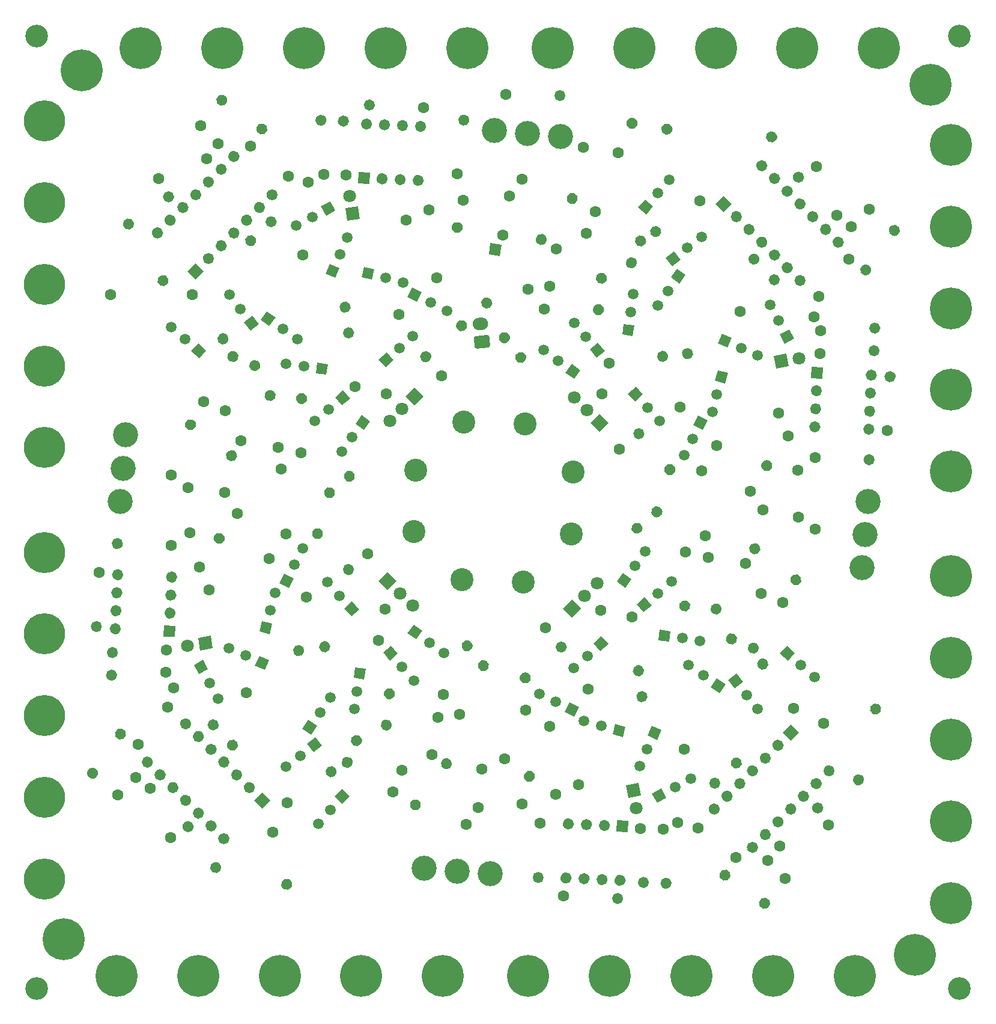
<source format=gbr>
%TF.GenerationSoftware,KiCad,Pcbnew,(5.1.7)-1*%
%TF.CreationDate,2021-05-19T11:45:42-05:00*%
%TF.ProjectId,FOURSES ARPSERGE,464f5552-5345-4532-9041-525053455247,rev?*%
%TF.SameCoordinates,Original*%
%TF.FileFunction,Soldermask,Top*%
%TF.FilePolarity,Negative*%
%FSLAX46Y46*%
G04 Gerber Fmt 4.6, Leading zero omitted, Abs format (unit mm)*
G04 Created by KiCad (PCBNEW (5.1.7)-1) date 2021-05-19 11:45:42*
%MOMM*%
%LPD*%
G01*
G04 APERTURE LIST*
%ADD10C,3.200000*%
%ADD11C,1.500000*%
%ADD12C,0.100000*%
%ADD13C,1.600000*%
%ADD14C,5.800000*%
%ADD15C,5.900000*%
%ADD16C,1.800000*%
%ADD17C,3.240000*%
%ADD18C,3.524001*%
G04 APERTURE END LIST*
D10*
%TO.C,REF\u002A\u002A*%
X76070000Y-38460000D03*
%TD*%
%TO.C,REF\u002A\u002A*%
X206120000Y-38460000D03*
%TD*%
%TO.C,REF\u002A\u002A*%
X206120000Y-172570000D03*
%TD*%
%TO.C,REF\u002A\u002A*%
X76060000Y-172570000D03*
%TD*%
D11*
%TO.C,REF\u002A\u002A*%
X162139592Y-90797588D03*
X163839183Y-92685176D03*
D12*
G36*
X160384489Y-89969207D02*
G01*
X159380793Y-88854489D01*
X160495511Y-87850793D01*
X161499207Y-88965511D01*
X160384489Y-89969207D01*
G37*
%TD*%
D13*
%TO.C,REF\u002A\u002A*%
X97330000Y-102060000D03*
G36*
G01*
X102847495Y-98051304D02*
X102847495Y-98051304D01*
G75*
G02*
X103024481Y-96933862I647214J470228D01*
G01*
X103024481Y-96933862D01*
G75*
G02*
X104141923Y-97110848I470228J-647214D01*
G01*
X104141923Y-97110848D01*
G75*
G02*
X103964937Y-98228290I-647214J-470228D01*
G01*
X103964937Y-98228290D01*
G75*
G02*
X102847495Y-98051304I-470228J647214D01*
G01*
G37*
%TD*%
%TO.C,REF\u002A\u002A*%
X132460000Y-72510000D03*
G36*
G01*
X135014817Y-66186606D02*
X135014817Y-66186606D01*
G75*
G02*
X134572755Y-65145174I299685J741747D01*
G01*
X134572755Y-65145174D01*
G75*
G02*
X135614187Y-64703112I741747J-299685D01*
G01*
X135614187Y-64703112D01*
G75*
G02*
X136056249Y-65744544I-299685J-741747D01*
G01*
X136056249Y-65744544D01*
G75*
G02*
X135014817Y-66186606I-741747J299685D01*
G01*
G37*
%TD*%
%TO.C,REF\u002A\u002A*%
G36*
G01*
X148978961Y-46859025D02*
X148978961Y-46859025D01*
G75*
G02*
X149792801Y-46073109I799878J-13962D01*
G01*
X149792801Y-46073109D01*
G75*
G02*
X150578717Y-46886949I-13962J-799878D01*
G01*
X150578717Y-46886949D01*
G75*
G02*
X149764877Y-47672865I-799878J13962D01*
G01*
X149764877Y-47672865D01*
G75*
G02*
X148978961Y-46859025I13962J799878D01*
G01*
G37*
X142160000Y-46740000D03*
%TD*%
%TO.C,REF\u002A\u002A*%
G36*
G01*
X164139776Y-51960309D02*
X164139776Y-51960309D01*
G75*
G02*
X164508114Y-50890577I719035J350697D01*
G01*
X164508114Y-50890577D01*
G75*
G02*
X165577846Y-51258915I350697J-719035D01*
G01*
X165577846Y-51258915D01*
G75*
G02*
X165209508Y-52328647I-719035J-350697D01*
G01*
X165209508Y-52328647D01*
G75*
G02*
X164139776Y-51960309I-350697J719035D01*
G01*
G37*
X158010000Y-54950000D03*
%TD*%
%TO.C,REF\u002A\u002A*%
G36*
G01*
X102496606Y-109525183D02*
X102496606Y-109525183D01*
G75*
G02*
X101455174Y-109967245I-741747J299685D01*
G01*
X101455174Y-109967245D01*
G75*
G02*
X101013112Y-108925813I299685J741747D01*
G01*
X101013112Y-108925813D01*
G75*
G02*
X102054544Y-108483751I741747J-299685D01*
G01*
X102054544Y-108483751D01*
G75*
G02*
X102496606Y-109525183I-299685J-741747D01*
G01*
G37*
X108820000Y-112080000D03*
%TD*%
D11*
%TO.C,REF\u002A\u002A*%
X113714719Y-84986500D03*
X111199438Y-84633001D03*
D12*
G36*
X115591679Y-84492919D02*
G01*
X117077081Y-84701679D01*
X116868321Y-86187081D01*
X115382919Y-85978321D01*
X115591679Y-84492919D01*
G37*
%TD*%
D14*
%TO.C,REF\u002A\u002A*%
X77110000Y-73440000D03*
%TD*%
D15*
%TO.C,REF\u002A\u002A*%
X145330000Y-170790000D03*
%TD*%
D11*
%TO.C,REF\u002A\u002A*%
X155656548Y-135612600D03*
X153203097Y-134955199D03*
D12*
G36*
X157579670Y-135351441D02*
G01*
X159028559Y-135739670D01*
X158640330Y-137188559D01*
X157191441Y-136800330D01*
X157579670Y-135351441D01*
G37*
%TD*%
%TO.C,REF\u002A\u002A*%
G36*
G01*
X106972386Y-67514854D02*
X106972386Y-67514854D01*
G75*
G02*
X105992590Y-68080540I-772741J207055D01*
G01*
X105992590Y-68080540D01*
G75*
G02*
X105426904Y-67100744I207055J772741D01*
G01*
X105426904Y-67100744D01*
G75*
G02*
X106406700Y-66535058I772741J-207055D01*
G01*
X106406700Y-66535058D01*
G75*
G02*
X106972386Y-67514854I-207055J-772741D01*
G01*
G37*
D13*
X113560000Y-69280000D03*
%TD*%
%TO.C,REF\u002A\u002A*%
G36*
G01*
X180572168Y-73358771D02*
X180572168Y-73358771D01*
G75*
G02*
X179441486Y-73398255I-585083J545599D01*
G01*
X179441486Y-73398255D01*
G75*
G02*
X179402002Y-72267573I545599J585083D01*
G01*
X179402002Y-72267573D01*
G75*
G02*
X180532684Y-72228089I585083J-545599D01*
G01*
X180532684Y-72228089D01*
G75*
G02*
X180572168Y-73358771I-545599J-585083D01*
G01*
G37*
X185560000Y-78010000D03*
%TD*%
D15*
%TO.C,REF\u002A\u002A*%
X148760000Y-40210000D03*
%TD*%
D11*
%TO.C,REF\u002A\u002A*%
X166012687Y-144257542D03*
X168255374Y-143065084D03*
D12*
G36*
X164784314Y-145760107D02*
G01*
X163459893Y-146464314D01*
X162755686Y-145139893D01*
X164080107Y-144435686D01*
X164784314Y-145760107D01*
G37*
%TD*%
D15*
%TO.C,REF\u002A\u002A*%
X125210000Y-40210000D03*
%TD*%
%TO.C,REF\u002A\u002A*%
X183260000Y-40210000D03*
%TD*%
D13*
%TO.C,REF\u002A\u002A*%
X185960000Y-56890000D03*
G36*
G01*
X180272899Y-53125790D02*
X180272899Y-53125790D01*
G75*
G02*
X179164240Y-53351349I-667109J441550D01*
G01*
X179164240Y-53351349D01*
G75*
G02*
X178938681Y-52242690I441550J667109D01*
G01*
X178938681Y-52242690D01*
G75*
G02*
X180047340Y-52017131I667109J-441550D01*
G01*
X180047340Y-52017131D01*
G75*
G02*
X180272899Y-53125790I-441550J-667109D01*
G01*
G37*
%TD*%
D15*
%TO.C,REF\u002A\u002A*%
X204930000Y-76810000D03*
%TD*%
D12*
%TO.C,REF\u002A\u002A*%
G36*
X181188629Y-136570000D02*
G01*
X182320000Y-135438629D01*
X183451371Y-136570000D01*
X182320000Y-137701371D01*
X181188629Y-136570000D01*
G37*
G36*
G01*
X176366161Y-152168776D02*
X176366161Y-152168776D01*
G75*
G02*
X177497531Y-152168776I565685J-565685D01*
G01*
X177497531Y-152168776D01*
G75*
G02*
X177497531Y-153300146I-565685J-565685D01*
G01*
X177497531Y-153300146D01*
G75*
G02*
X176366161Y-153300146I-565685J565685D01*
G01*
X176366161Y-153300146D01*
G75*
G02*
X176366161Y-152168776I565685J565685D01*
G01*
G37*
G36*
G01*
X179958264Y-137800366D02*
X179958264Y-137800366D01*
G75*
G02*
X181089634Y-137800366I565685J-565685D01*
G01*
X181089634Y-137800366D01*
G75*
G02*
X181089634Y-138931736I-565685J-565685D01*
G01*
X181089634Y-138931736D01*
G75*
G02*
X179958264Y-138931736I-565685J565685D01*
G01*
X179958264Y-138931736D01*
G75*
G02*
X179958264Y-137800366I565685J565685D01*
G01*
G37*
G36*
G01*
X178162213Y-150372725D02*
X178162213Y-150372725D01*
G75*
G02*
X179293583Y-150372725I565685J-565685D01*
G01*
X179293583Y-150372725D01*
G75*
G02*
X179293583Y-151504095I-565685J-565685D01*
G01*
X179293583Y-151504095D01*
G75*
G02*
X178162213Y-151504095I-565685J565685D01*
G01*
X178162213Y-151504095D01*
G75*
G02*
X178162213Y-150372725I565685J565685D01*
G01*
G37*
G36*
G01*
X178162213Y-139596417D02*
X178162213Y-139596417D01*
G75*
G02*
X179293583Y-139596417I565685J-565685D01*
G01*
X179293583Y-139596417D01*
G75*
G02*
X179293583Y-140727787I-565685J-565685D01*
G01*
X179293583Y-140727787D01*
G75*
G02*
X178162213Y-140727787I-565685J565685D01*
G01*
X178162213Y-140727787D01*
G75*
G02*
X178162213Y-139596417I565685J565685D01*
G01*
G37*
G36*
G01*
X179958264Y-148576674D02*
X179958264Y-148576674D01*
G75*
G02*
X181089634Y-148576674I565685J-565685D01*
G01*
X181089634Y-148576674D01*
G75*
G02*
X181089634Y-149708044I-565685J-565685D01*
G01*
X181089634Y-149708044D01*
G75*
G02*
X179958264Y-149708044I-565685J565685D01*
G01*
X179958264Y-149708044D01*
G75*
G02*
X179958264Y-148576674I565685J565685D01*
G01*
G37*
G36*
G01*
X176366161Y-141392469D02*
X176366161Y-141392469D01*
G75*
G02*
X177497531Y-141392469I565685J-565685D01*
G01*
X177497531Y-141392469D01*
G75*
G02*
X177497531Y-142523839I-565685J-565685D01*
G01*
X177497531Y-142523839D01*
G75*
G02*
X176366161Y-142523839I-565685J565685D01*
G01*
X176366161Y-142523839D01*
G75*
G02*
X176366161Y-141392469I565685J565685D01*
G01*
G37*
G36*
G01*
X181754315Y-146780622D02*
X181754315Y-146780622D01*
G75*
G02*
X182885685Y-146780622I565685J-565685D01*
G01*
X182885685Y-146780622D01*
G75*
G02*
X182885685Y-147911992I-565685J-565685D01*
G01*
X182885685Y-147911992D01*
G75*
G02*
X181754315Y-147911992I-565685J565685D01*
G01*
X181754315Y-147911992D01*
G75*
G02*
X181754315Y-146780622I565685J565685D01*
G01*
G37*
G36*
G01*
X174570110Y-143188520D02*
X174570110Y-143188520D01*
G75*
G02*
X175701480Y-143188520I565685J-565685D01*
G01*
X175701480Y-143188520D01*
G75*
G02*
X175701480Y-144319890I-565685J-565685D01*
G01*
X175701480Y-144319890D01*
G75*
G02*
X174570110Y-144319890I-565685J565685D01*
G01*
X174570110Y-144319890D01*
G75*
G02*
X174570110Y-143188520I565685J565685D01*
G01*
G37*
G36*
G01*
X183550366Y-144984571D02*
X183550366Y-144984571D01*
G75*
G02*
X184681736Y-144984571I565685J-565685D01*
G01*
X184681736Y-144984571D01*
G75*
G02*
X184681736Y-146115941I-565685J-565685D01*
G01*
X184681736Y-146115941D01*
G75*
G02*
X183550366Y-146115941I-565685J565685D01*
G01*
X183550366Y-146115941D01*
G75*
G02*
X183550366Y-144984571I565685J565685D01*
G01*
G37*
G36*
G01*
X172774059Y-144984571D02*
X172774059Y-144984571D01*
G75*
G02*
X173905429Y-144984571I565685J-565685D01*
G01*
X173905429Y-144984571D01*
G75*
G02*
X173905429Y-146115941I-565685J-565685D01*
G01*
X173905429Y-146115941D01*
G75*
G02*
X172774059Y-146115941I-565685J565685D01*
G01*
X172774059Y-146115941D01*
G75*
G02*
X172774059Y-144984571I565685J565685D01*
G01*
G37*
G36*
G01*
X185346417Y-143188520D02*
X185346417Y-143188520D01*
G75*
G02*
X186477787Y-143188520I565685J-565685D01*
G01*
X186477787Y-143188520D01*
G75*
G02*
X186477787Y-144319890I-565685J-565685D01*
G01*
X186477787Y-144319890D01*
G75*
G02*
X185346417Y-144319890I-565685J565685D01*
G01*
X185346417Y-144319890D01*
G75*
G02*
X185346417Y-143188520I565685J565685D01*
G01*
G37*
G36*
G01*
X170978008Y-146780622D02*
X170978008Y-146780622D01*
G75*
G02*
X172109378Y-146780622I565685J-565685D01*
G01*
X172109378Y-146780622D01*
G75*
G02*
X172109378Y-147911992I-565685J-565685D01*
G01*
X172109378Y-147911992D01*
G75*
G02*
X170978008Y-147911992I-565685J565685D01*
G01*
X170978008Y-147911992D01*
G75*
G02*
X170978008Y-146780622I565685J565685D01*
G01*
G37*
G36*
G01*
X187142469Y-141392469D02*
X187142469Y-141392469D01*
G75*
G02*
X188273839Y-141392469I565685J-565685D01*
G01*
X188273839Y-141392469D01*
G75*
G02*
X188273839Y-142523839I-565685J-565685D01*
G01*
X188273839Y-142523839D01*
G75*
G02*
X187142469Y-142523839I-565685J565685D01*
G01*
X187142469Y-142523839D01*
G75*
G02*
X187142469Y-141392469I565685J565685D01*
G01*
G37*
%TD*%
D15*
%TO.C,REF\u002A\u002A*%
X204930000Y-53810000D03*
%TD*%
D13*
%TO.C,REF\u002A\u002A*%
X106170000Y-53990000D03*
G36*
G01*
X102555950Y-48206312D02*
X102555950Y-48206312D01*
G75*
G02*
X101453577Y-47951809I-423935J678438D01*
G01*
X101453577Y-47951809D01*
G75*
G02*
X101708080Y-46849436I678438J423935D01*
G01*
X101708080Y-46849436D01*
G75*
G02*
X102810453Y-47103939I423935J-678438D01*
G01*
X102810453Y-47103939D01*
G75*
G02*
X102555950Y-48206312I-678438J-423935D01*
G01*
G37*
%TD*%
%TO.C,REF\u002A\u002A*%
G36*
G01*
X102987531Y-150942469D02*
X102987531Y-150942469D01*
G75*
G02*
X102987531Y-152073839I-565685J-565685D01*
G01*
X102987531Y-152073839D01*
G75*
G02*
X101856161Y-152073839I-565685J565685D01*
G01*
X101856161Y-152073839D01*
G75*
G02*
X101856161Y-150942469I565685J565685D01*
G01*
X101856161Y-150942469D01*
G75*
G02*
X102987531Y-150942469I565685J-565685D01*
G01*
G37*
G36*
G01*
X97599378Y-134778008D02*
X97599378Y-134778008D01*
G75*
G02*
X97599378Y-135909378I-565685J-565685D01*
G01*
X97599378Y-135909378D01*
G75*
G02*
X96468008Y-135909378I-565685J565685D01*
G01*
X96468008Y-135909378D01*
G75*
G02*
X96468008Y-134778008I565685J565685D01*
G01*
X96468008Y-134778008D01*
G75*
G02*
X97599378Y-134778008I565685J-565685D01*
G01*
G37*
G36*
G01*
X101191480Y-149146417D02*
X101191480Y-149146417D01*
G75*
G02*
X101191480Y-150277787I-565685J-565685D01*
G01*
X101191480Y-150277787D01*
G75*
G02*
X100060110Y-150277787I-565685J565685D01*
G01*
X100060110Y-150277787D01*
G75*
G02*
X100060110Y-149146417I565685J565685D01*
G01*
X100060110Y-149146417D01*
G75*
G02*
X101191480Y-149146417I565685J-565685D01*
G01*
G37*
G36*
G01*
X99395429Y-136574059D02*
X99395429Y-136574059D01*
G75*
G02*
X99395429Y-137705429I-565685J-565685D01*
G01*
X99395429Y-137705429D01*
G75*
G02*
X98264059Y-137705429I-565685J565685D01*
G01*
X98264059Y-137705429D01*
G75*
G02*
X98264059Y-136574059I565685J565685D01*
G01*
X98264059Y-136574059D01*
G75*
G02*
X99395429Y-136574059I565685J-565685D01*
G01*
G37*
G36*
G01*
X99395429Y-147350366D02*
X99395429Y-147350366D01*
G75*
G02*
X99395429Y-148481736I-565685J-565685D01*
G01*
X99395429Y-148481736D01*
G75*
G02*
X98264059Y-148481736I-565685J565685D01*
G01*
X98264059Y-148481736D01*
G75*
G02*
X98264059Y-147350366I565685J565685D01*
G01*
X98264059Y-147350366D01*
G75*
G02*
X99395429Y-147350366I565685J-565685D01*
G01*
G37*
G36*
G01*
X101191480Y-138370110D02*
X101191480Y-138370110D01*
G75*
G02*
X101191480Y-139501480I-565685J-565685D01*
G01*
X101191480Y-139501480D01*
G75*
G02*
X100060110Y-139501480I-565685J565685D01*
G01*
X100060110Y-139501480D01*
G75*
G02*
X100060110Y-138370110I565685J565685D01*
G01*
X100060110Y-138370110D01*
G75*
G02*
X101191480Y-138370110I565685J-565685D01*
G01*
G37*
G36*
G01*
X97599378Y-145554315D02*
X97599378Y-145554315D01*
G75*
G02*
X97599378Y-146685685I-565685J-565685D01*
G01*
X97599378Y-146685685D01*
G75*
G02*
X96468008Y-146685685I-565685J565685D01*
G01*
X96468008Y-146685685D01*
G75*
G02*
X96468008Y-145554315I565685J565685D01*
G01*
X96468008Y-145554315D01*
G75*
G02*
X97599378Y-145554315I565685J-565685D01*
G01*
G37*
G36*
G01*
X102987531Y-140166161D02*
X102987531Y-140166161D01*
G75*
G02*
X102987531Y-141297531I-565685J-565685D01*
G01*
X102987531Y-141297531D01*
G75*
G02*
X101856161Y-141297531I-565685J565685D01*
G01*
X101856161Y-141297531D01*
G75*
G02*
X101856161Y-140166161I565685J565685D01*
G01*
X101856161Y-140166161D01*
G75*
G02*
X102987531Y-140166161I565685J-565685D01*
G01*
G37*
G36*
G01*
X95803326Y-143758264D02*
X95803326Y-143758264D01*
G75*
G02*
X95803326Y-144889634I-565685J-565685D01*
G01*
X95803326Y-144889634D01*
G75*
G02*
X94671956Y-144889634I-565685J565685D01*
G01*
X94671956Y-144889634D01*
G75*
G02*
X94671956Y-143758264I565685J565685D01*
G01*
X94671956Y-143758264D01*
G75*
G02*
X95803326Y-143758264I565685J-565685D01*
G01*
G37*
G36*
G01*
X104783583Y-141962213D02*
X104783583Y-141962213D01*
G75*
G02*
X104783583Y-143093583I-565685J-565685D01*
G01*
X104783583Y-143093583D01*
G75*
G02*
X103652213Y-143093583I-565685J565685D01*
G01*
X103652213Y-143093583D01*
G75*
G02*
X103652213Y-141962213I565685J565685D01*
G01*
X103652213Y-141962213D01*
G75*
G02*
X104783583Y-141962213I565685J-565685D01*
G01*
G37*
G36*
G01*
X94007275Y-141962213D02*
X94007275Y-141962213D01*
G75*
G02*
X94007275Y-143093583I-565685J-565685D01*
G01*
X94007275Y-143093583D01*
G75*
G02*
X92875905Y-143093583I-565685J565685D01*
G01*
X92875905Y-143093583D01*
G75*
G02*
X92875905Y-141962213I565685J565685D01*
G01*
X92875905Y-141962213D01*
G75*
G02*
X94007275Y-141962213I565685J-565685D01*
G01*
G37*
G36*
G01*
X106579634Y-143758264D02*
X106579634Y-143758264D01*
G75*
G02*
X106579634Y-144889634I-565685J-565685D01*
G01*
X106579634Y-144889634D01*
G75*
G02*
X105448264Y-144889634I-565685J565685D01*
G01*
X105448264Y-144889634D01*
G75*
G02*
X105448264Y-143758264I565685J565685D01*
G01*
X105448264Y-143758264D01*
G75*
G02*
X106579634Y-143758264I565685J-565685D01*
G01*
G37*
G36*
G01*
X92211224Y-140166161D02*
X92211224Y-140166161D01*
G75*
G02*
X92211224Y-141297531I-565685J-565685D01*
G01*
X92211224Y-141297531D01*
G75*
G02*
X91079854Y-141297531I-565685J565685D01*
G01*
X91079854Y-141297531D01*
G75*
G02*
X91079854Y-140166161I565685J565685D01*
G01*
X91079854Y-140166161D01*
G75*
G02*
X92211224Y-140166161I565685J-565685D01*
G01*
G37*
D12*
G36*
X107810000Y-144988629D02*
G01*
X108941371Y-146120000D01*
X107810000Y-147251371D01*
X106678629Y-146120000D01*
X107810000Y-144988629D01*
G37*
%TD*%
%TO.C,REF\u002A\u002A*%
G36*
X122954343Y-59324134D02*
G01*
X121355866Y-59254343D01*
X121425657Y-57655866D01*
X123024134Y-57725657D01*
X122954343Y-59324134D01*
G37*
G36*
G01*
X130100231Y-52008871D02*
X130100231Y-52008871D01*
G75*
G02*
X129335888Y-51174736I34896J799239D01*
G01*
X129335888Y-51174736D01*
G75*
G02*
X130170023Y-50410393I799239J-34896D01*
G01*
X130170023Y-50410393D01*
G75*
G02*
X130934366Y-51244528I-34896J-799239D01*
G01*
X130934366Y-51244528D01*
G75*
G02*
X130100231Y-52008871I-799239J34896D01*
G01*
G37*
G36*
G01*
X124692686Y-59400032D02*
X124692686Y-59400032D01*
G75*
G02*
X123928343Y-58565897I34896J799239D01*
G01*
X123928343Y-58565897D01*
G75*
G02*
X124762478Y-57801554I799239J-34896D01*
G01*
X124762478Y-57801554D01*
G75*
G02*
X125526821Y-58635689I-34896J-799239D01*
G01*
X125526821Y-58635689D01*
G75*
G02*
X124692686Y-59400032I-799239J34896D01*
G01*
G37*
G36*
G01*
X127562649Y-51898078D02*
X127562649Y-51898078D01*
G75*
G02*
X126798306Y-51063943I34896J799239D01*
G01*
X126798306Y-51063943D01*
G75*
G02*
X127632441Y-50299600I799239J-34896D01*
G01*
X127632441Y-50299600D01*
G75*
G02*
X128396784Y-51133735I-34896J-799239D01*
G01*
X128396784Y-51133735D01*
G75*
G02*
X127562649Y-51898078I-799239J34896D01*
G01*
G37*
G36*
G01*
X127230269Y-59510825D02*
X127230269Y-59510825D01*
G75*
G02*
X126465926Y-58676690I34896J799239D01*
G01*
X126465926Y-58676690D01*
G75*
G02*
X127300061Y-57912347I799239J-34896D01*
G01*
X127300061Y-57912347D01*
G75*
G02*
X128064404Y-58746482I-34896J-799239D01*
G01*
X128064404Y-58746482D01*
G75*
G02*
X127230269Y-59510825I-799239J34896D01*
G01*
G37*
G36*
G01*
X125025066Y-51787285D02*
X125025066Y-51787285D01*
G75*
G02*
X124260723Y-50953150I34896J799239D01*
G01*
X124260723Y-50953150D01*
G75*
G02*
X125094858Y-50188807I799239J-34896D01*
G01*
X125094858Y-50188807D01*
G75*
G02*
X125859201Y-51022942I-34896J-799239D01*
G01*
X125859201Y-51022942D01*
G75*
G02*
X125025066Y-51787285I-799239J34896D01*
G01*
G37*
G36*
G01*
X129767851Y-59621619D02*
X129767851Y-59621619D01*
G75*
G02*
X129003508Y-58787484I34896J799239D01*
G01*
X129003508Y-58787484D01*
G75*
G02*
X129837643Y-58023141I799239J-34896D01*
G01*
X129837643Y-58023141D01*
G75*
G02*
X130601986Y-58857276I-34896J-799239D01*
G01*
X130601986Y-58857276D01*
G75*
G02*
X129767851Y-59621619I-799239J34896D01*
G01*
G37*
G36*
G01*
X122487484Y-51676492D02*
X122487484Y-51676492D01*
G75*
G02*
X121723141Y-50842357I34896J799239D01*
G01*
X121723141Y-50842357D01*
G75*
G02*
X122557276Y-50078014I799239J-34896D01*
G01*
X122557276Y-50078014D01*
G75*
G02*
X123321619Y-50912149I-34896J-799239D01*
G01*
X123321619Y-50912149D01*
G75*
G02*
X122487484Y-51676492I-799239J34896D01*
G01*
G37*
%TD*%
%TO.C,REF\u002A\u002A*%
G36*
X95554134Y-121515657D02*
G01*
X95484343Y-123114134D01*
X93885866Y-123044343D01*
X93955657Y-121445866D01*
X95554134Y-121515657D01*
G37*
G36*
G01*
X88238871Y-114369769D02*
X88238871Y-114369769D01*
G75*
G02*
X87404736Y-115134112I-799239J34896D01*
G01*
X87404736Y-115134112D01*
G75*
G02*
X86640393Y-114299977I34896J799239D01*
G01*
X86640393Y-114299977D01*
G75*
G02*
X87474528Y-113535634I799239J-34896D01*
G01*
X87474528Y-113535634D01*
G75*
G02*
X88238871Y-114369769I-34896J-799239D01*
G01*
G37*
G36*
G01*
X95630032Y-119777314D02*
X95630032Y-119777314D01*
G75*
G02*
X94795897Y-120541657I-799239J34896D01*
G01*
X94795897Y-120541657D01*
G75*
G02*
X94031554Y-119707522I34896J799239D01*
G01*
X94031554Y-119707522D01*
G75*
G02*
X94865689Y-118943179I799239J-34896D01*
G01*
X94865689Y-118943179D01*
G75*
G02*
X95630032Y-119777314I-34896J-799239D01*
G01*
G37*
G36*
G01*
X88128078Y-116907351D02*
X88128078Y-116907351D01*
G75*
G02*
X87293943Y-117671694I-799239J34896D01*
G01*
X87293943Y-117671694D01*
G75*
G02*
X86529600Y-116837559I34896J799239D01*
G01*
X86529600Y-116837559D01*
G75*
G02*
X87363735Y-116073216I799239J-34896D01*
G01*
X87363735Y-116073216D01*
G75*
G02*
X88128078Y-116907351I-34896J-799239D01*
G01*
G37*
G36*
G01*
X95740825Y-117239731D02*
X95740825Y-117239731D01*
G75*
G02*
X94906690Y-118004074I-799239J34896D01*
G01*
X94906690Y-118004074D01*
G75*
G02*
X94142347Y-117169939I34896J799239D01*
G01*
X94142347Y-117169939D01*
G75*
G02*
X94976482Y-116405596I799239J-34896D01*
G01*
X94976482Y-116405596D01*
G75*
G02*
X95740825Y-117239731I-34896J-799239D01*
G01*
G37*
G36*
G01*
X88017285Y-119444934D02*
X88017285Y-119444934D01*
G75*
G02*
X87183150Y-120209277I-799239J34896D01*
G01*
X87183150Y-120209277D01*
G75*
G02*
X86418807Y-119375142I34896J799239D01*
G01*
X86418807Y-119375142D01*
G75*
G02*
X87252942Y-118610799I799239J-34896D01*
G01*
X87252942Y-118610799D01*
G75*
G02*
X88017285Y-119444934I-34896J-799239D01*
G01*
G37*
G36*
G01*
X95851619Y-114702149D02*
X95851619Y-114702149D01*
G75*
G02*
X95017484Y-115466492I-799239J34896D01*
G01*
X95017484Y-115466492D01*
G75*
G02*
X94253141Y-114632357I34896J799239D01*
G01*
X94253141Y-114632357D01*
G75*
G02*
X95087276Y-113868014I799239J-34896D01*
G01*
X95087276Y-113868014D01*
G75*
G02*
X95851619Y-114702149I-34896J-799239D01*
G01*
G37*
G36*
G01*
X87906492Y-121982516D02*
X87906492Y-121982516D01*
G75*
G02*
X87072357Y-122746859I-799239J34896D01*
G01*
X87072357Y-122746859D01*
G75*
G02*
X86308014Y-121912724I34896J799239D01*
G01*
X86308014Y-121912724D01*
G75*
G02*
X87142149Y-121148381I799239J-34896D01*
G01*
X87142149Y-121148381D01*
G75*
G02*
X87906492Y-121982516I-34896J-799239D01*
G01*
G37*
%TD*%
%TO.C,REF\u002A\u002A*%
G36*
G01*
X173867614Y-140645146D02*
X173867614Y-140645146D01*
G75*
G02*
X174847410Y-140079460I772741J-207055D01*
G01*
X174847410Y-140079460D01*
G75*
G02*
X175413096Y-141059256I-207055J-772741D01*
G01*
X175413096Y-141059256D01*
G75*
G02*
X174433300Y-141624942I-772741J207055D01*
G01*
X174433300Y-141624942D01*
G75*
G02*
X173867614Y-140645146I207055J772741D01*
G01*
G37*
D13*
X167280000Y-138880000D03*
%TD*%
D12*
%TO.C,REF\u002A\u002A*%
G36*
X126782792Y-115180000D02*
G01*
X125510000Y-116452792D01*
X124237208Y-115180000D01*
X125510000Y-113907208D01*
X126782792Y-115180000D01*
G37*
D16*
X127277767Y-116947767D03*
X129045534Y-118715534D03*
D17*
X135975180Y-115038579D03*
X129186955Y-108250354D03*
%TD*%
D13*
%TO.C,REF\u002A\u002A*%
X188800000Y-63760000D03*
G36*
G01*
X183977531Y-58937531D02*
X183977531Y-58937531D01*
G75*
G02*
X182846161Y-58937531I-565685J565685D01*
G01*
X182846161Y-58937531D01*
G75*
G02*
X182846161Y-57806161I565685J565685D01*
G01*
X182846161Y-57806161D01*
G75*
G02*
X183977531Y-57806161I565685J-565685D01*
G01*
X183977531Y-57806161D01*
G75*
G02*
X183977531Y-58937531I-565685J-565685D01*
G01*
G37*
%TD*%
D14*
%TO.C,REF\u002A\u002A*%
X77110000Y-61940000D03*
%TD*%
D15*
%TO.C,REF\u002A\u002A*%
X204930000Y-149060000D03*
%TD*%
D12*
%TO.C,REF\u002A\u002A*%
G36*
X171651441Y-87010330D02*
G01*
X172039670Y-85561441D01*
X173488559Y-85949670D01*
X173100330Y-87398559D01*
X171651441Y-87010330D01*
G37*
D11*
X171255199Y-91386903D03*
X171912600Y-88933452D03*
%TD*%
D12*
%TO.C,REF\u002A\u002A*%
G36*
X151510000Y-117807208D02*
G01*
X152782792Y-119080000D01*
X151510000Y-120352792D01*
X150237208Y-119080000D01*
X151510000Y-117807208D01*
G37*
D16*
X153277767Y-117312233D03*
X155045534Y-115544466D03*
D17*
X151368579Y-108614820D03*
X144580354Y-115403045D03*
%TD*%
D15*
%TO.C,REF\u002A\u002A*%
X82410000Y-43350000D03*
%TD*%
%TO.C,REF\u002A\u002A*%
X204930000Y-137560000D03*
%TD*%
%TO.C,REF\u002A\u002A*%
G36*
G01*
X192853508Y-86197484D02*
X192853508Y-86197484D01*
G75*
G02*
X193687643Y-85433141I799239J-34896D01*
G01*
X193687643Y-85433141D01*
G75*
G02*
X194451986Y-86267276I-34896J-799239D01*
G01*
X194451986Y-86267276D01*
G75*
G02*
X193617851Y-87031619I-799239J34896D01*
G01*
X193617851Y-87031619D01*
G75*
G02*
X192853508Y-86197484I34896J799239D01*
G01*
G37*
G36*
G01*
X184908381Y-93477851D02*
X184908381Y-93477851D01*
G75*
G02*
X185742516Y-92713508I799239J-34896D01*
G01*
X185742516Y-92713508D01*
G75*
G02*
X186506859Y-93547643I-34896J-799239D01*
G01*
X186506859Y-93547643D01*
G75*
G02*
X185672724Y-94311986I-799239J34896D01*
G01*
X185672724Y-94311986D01*
G75*
G02*
X184908381Y-93477851I34896J799239D01*
G01*
G37*
G36*
G01*
X192742715Y-88735066D02*
X192742715Y-88735066D01*
G75*
G02*
X193576850Y-87970723I799239J-34896D01*
G01*
X193576850Y-87970723D01*
G75*
G02*
X194341193Y-88804858I-34896J-799239D01*
G01*
X194341193Y-88804858D01*
G75*
G02*
X193507058Y-89569201I-799239J34896D01*
G01*
X193507058Y-89569201D01*
G75*
G02*
X192742715Y-88735066I34896J799239D01*
G01*
G37*
G36*
G01*
X185019175Y-90940269D02*
X185019175Y-90940269D01*
G75*
G02*
X185853310Y-90175926I799239J-34896D01*
G01*
X185853310Y-90175926D01*
G75*
G02*
X186617653Y-91010061I-34896J-799239D01*
G01*
X186617653Y-91010061D01*
G75*
G02*
X185783518Y-91774404I-799239J34896D01*
G01*
X185783518Y-91774404D01*
G75*
G02*
X185019175Y-90940269I34896J799239D01*
G01*
G37*
G36*
G01*
X192631922Y-91272649D02*
X192631922Y-91272649D01*
G75*
G02*
X193466057Y-90508306I799239J-34896D01*
G01*
X193466057Y-90508306D01*
G75*
G02*
X194230400Y-91342441I-34896J-799239D01*
G01*
X194230400Y-91342441D01*
G75*
G02*
X193396265Y-92106784I-799239J34896D01*
G01*
X193396265Y-92106784D01*
G75*
G02*
X192631922Y-91272649I34896J799239D01*
G01*
G37*
G36*
G01*
X185129968Y-88402686D02*
X185129968Y-88402686D01*
G75*
G02*
X185964103Y-87638343I799239J-34896D01*
G01*
X185964103Y-87638343D01*
G75*
G02*
X186728446Y-88472478I-34896J-799239D01*
G01*
X186728446Y-88472478D01*
G75*
G02*
X185894311Y-89236821I-799239J34896D01*
G01*
X185894311Y-89236821D01*
G75*
G02*
X185129968Y-88402686I34896J799239D01*
G01*
G37*
G36*
G01*
X192521129Y-93810231D02*
X192521129Y-93810231D01*
G75*
G02*
X193355264Y-93045888I799239J-34896D01*
G01*
X193355264Y-93045888D01*
G75*
G02*
X194119607Y-93880023I-34896J-799239D01*
G01*
X194119607Y-93880023D01*
G75*
G02*
X193285472Y-94644366I-799239J34896D01*
G01*
X193285472Y-94644366D01*
G75*
G02*
X192521129Y-93810231I34896J799239D01*
G01*
G37*
D12*
G36*
X185205866Y-86664343D02*
G01*
X185275657Y-85065866D01*
X186874134Y-85135657D01*
X186804343Y-86734134D01*
X185205866Y-86664343D01*
G37*
%TD*%
D15*
%TO.C,REF\u002A\u002A*%
X204930000Y-126060000D03*
%TD*%
D13*
%TO.C,REF\u002A\u002A*%
X153790000Y-130440000D03*
G36*
G01*
X160543629Y-131389161D02*
X160543629Y-131389161D01*
G75*
G02*
X161447181Y-130708285I792214J-111338D01*
G01*
X161447181Y-130708285D01*
G75*
G02*
X162128057Y-131611837I-111338J-792214D01*
G01*
X162128057Y-131611837D01*
G75*
G02*
X161224505Y-132292713I-792214J111338D01*
G01*
X161224505Y-132292713D01*
G75*
G02*
X160543629Y-131389161I111338J792214D01*
G01*
G37*
%TD*%
%TO.C,REF\u002A\u002A*%
G36*
G01*
X167669161Y-84006371D02*
X167669161Y-84006371D01*
G75*
G02*
X166988285Y-83102819I111338J792214D01*
G01*
X166988285Y-83102819D01*
G75*
G02*
X167891837Y-82421943I792214J-111338D01*
G01*
X167891837Y-82421943D01*
G75*
G02*
X168572713Y-83325495I-111338J-792214D01*
G01*
X168572713Y-83325495D01*
G75*
G02*
X167669161Y-84006371I-792214J111338D01*
G01*
G37*
X166720000Y-90760000D03*
%TD*%
D12*
%TO.C,REF\u002A\u002A*%
G36*
X182080107Y-79795686D02*
G01*
X182784314Y-81120107D01*
X181459893Y-81824314D01*
X180755686Y-80499893D01*
X182080107Y-79795686D01*
G37*
D11*
X179385084Y-76324626D03*
X180577542Y-78567313D03*
%TD*%
D15*
%TO.C,REF\u002A\u002A*%
X171760000Y-40210000D03*
%TD*%
%TO.C,REF\u002A\u002A*%
G36*
G01*
X89415790Y-64287101D02*
X89415790Y-64287101D01*
G75*
G02*
X89641349Y-65395760I-441550J-667109D01*
G01*
X89641349Y-65395760D01*
G75*
G02*
X88532690Y-65621319I-667109J441550D01*
G01*
X88532690Y-65621319D01*
G75*
G02*
X88307131Y-64512660I441550J667109D01*
G01*
X88307131Y-64512660D01*
G75*
G02*
X89415790Y-64287101I667109J-441550D01*
G01*
G37*
D13*
X93180000Y-58600000D03*
%TD*%
%TO.C,REF\u002A\u002A*%
X128077956Y-64372653D03*
X131299723Y-63005094D03*
%TD*%
%TO.C,REF\u002A\u002A*%
X174580000Y-154150000D03*
G36*
G01*
X178194050Y-159933688D02*
X178194050Y-159933688D01*
G75*
G02*
X179296423Y-160188191I423935J-678438D01*
G01*
X179296423Y-160188191D01*
G75*
G02*
X179041920Y-161290564I-678438J-423935D01*
G01*
X179041920Y-161290564D01*
G75*
G02*
X177939547Y-161036061I-423935J678438D01*
G01*
X177939547Y-161036061D01*
G75*
G02*
X178194050Y-159933688I678438J423935D01*
G01*
G37*
%TD*%
%TO.C,REF\u002A\u002A*%
X166410000Y-149270000D03*
G36*
G01*
X171061229Y-144282168D02*
X171061229Y-144282168D01*
G75*
G02*
X171021745Y-143151486I545599J585083D01*
G01*
X171021745Y-143151486D01*
G75*
G02*
X172152427Y-143112002I585083J-545599D01*
G01*
X172152427Y-143112002D01*
G75*
G02*
X172191911Y-144242684I-545599J-585083D01*
G01*
X172191911Y-144242684D01*
G75*
G02*
X171061229Y-144282168I-585083J545599D01*
G01*
G37*
%TD*%
%TO.C,REF\u002A\u002A*%
G36*
G01*
X84576312Y-141864050D02*
X84576312Y-141864050D01*
G75*
G02*
X84321809Y-142966423I-678438J-423935D01*
G01*
X84321809Y-142966423D01*
G75*
G02*
X83219436Y-142711920I-423935J678438D01*
G01*
X83219436Y-142711920D01*
G75*
G02*
X83473939Y-141609547I678438J423935D01*
G01*
X83473939Y-141609547D01*
G75*
G02*
X84576312Y-141864050I423935J-678438D01*
G01*
G37*
X90360000Y-138250000D03*
%TD*%
%TO.C,REF\u002A\u002A*%
X100367653Y-116472044D03*
X99000094Y-113250277D03*
%TD*%
%TO.C,REF\u002A\u002A*%
X190872131Y-65307372D03*
X193368508Y-62854189D03*
%TD*%
%TO.C,REF\u002A\u002A*%
X97635000Y-108440000D03*
X102555443Y-102779678D03*
%TD*%
D18*
%TO.C,REF\u002A\u002A*%
X140528881Y-51780455D03*
X145210000Y-52190000D03*
X149891119Y-52599545D03*
%TD*%
D13*
%TO.C,REF\u002A\u002A*%
X186250000Y-75180000D03*
G36*
G01*
X192185825Y-71821671D02*
X192185825Y-71821671D01*
G75*
G02*
X192488171Y-70731447I696285J393939D01*
G01*
X192488171Y-70731447D01*
G75*
G02*
X193578395Y-71033793I393939J-696285D01*
G01*
X193578395Y-71033793D01*
G75*
G02*
X193276049Y-72124017I-696285J-393939D01*
G01*
X193276049Y-72124017D01*
G75*
G02*
X192185825Y-71821671I-393939J696285D01*
G01*
G37*
%TD*%
%TO.C,REF\u002A\u002A*%
G36*
G01*
X172648329Y-155945825D02*
X172648329Y-155945825D01*
G75*
G02*
X173738553Y-156248171I393939J-696285D01*
G01*
X173738553Y-156248171D01*
G75*
G02*
X173436207Y-157338395I-696285J-393939D01*
G01*
X173436207Y-157338395D01*
G75*
G02*
X172345983Y-157036049I-393939J696285D01*
G01*
X172345983Y-157036049D01*
G75*
G02*
X172648329Y-155945825I696285J393939D01*
G01*
G37*
X169290000Y-150010000D03*
%TD*%
%TO.C,REF\u002A\u002A*%
X136110000Y-61640000D03*
X141770322Y-66560443D03*
%TD*%
D18*
%TO.C,REF\u002A\u002A*%
X87775455Y-104021119D03*
X88185000Y-99340000D03*
X88594545Y-94658881D03*
%TD*%
D13*
%TO.C,REF\u002A\u002A*%
X89987869Y-142862628D03*
X87491492Y-145315811D03*
%TD*%
%TO.C,REF\u002A\u002A*%
G36*
G01*
X191414210Y-143892899D02*
X191414210Y-143892899D01*
G75*
G02*
X191188651Y-142784240I441550J667109D01*
G01*
X191188651Y-142784240D01*
G75*
G02*
X192297310Y-142558681I667109J-441550D01*
G01*
X192297310Y-142558681D01*
G75*
G02*
X192522869Y-143667340I-441550J-667109D01*
G01*
X192522869Y-143667340D01*
G75*
G02*
X191414210Y-143892899I-667109J441550D01*
G01*
G37*
X187650000Y-149580000D03*
%TD*%
%TO.C,REF\u002A\u002A*%
X111210000Y-108630000D03*
X104306214Y-105699517D03*
%TD*%
%TO.C,REF\u002A\u002A*%
X142029517Y-140283786D03*
X144960000Y-133380000D03*
%TD*%
%TO.C,REF\u002A\u002A*%
X169720000Y-99670000D03*
X176623786Y-102600483D03*
%TD*%
D14*
%TO.C,REF\u002A\u002A*%
X77110000Y-96440000D03*
%TD*%
D15*
%TO.C,REF\u002A\u002A*%
X102210000Y-40210000D03*
%TD*%
D17*
%TO.C,REF\u002A\u002A*%
X151673045Y-99879646D03*
X144884820Y-93091421D03*
D16*
X151814466Y-89414466D03*
X153582233Y-91182233D03*
D12*
G36*
X154077208Y-92950000D02*
G01*
X155350000Y-91677208D01*
X156622792Y-92950000D01*
X155350000Y-94222792D01*
X154077208Y-92950000D01*
G37*
%TD*%
D15*
%TO.C,REF\u002A\u002A*%
X136710000Y-40210000D03*
%TD*%
%TO.C,REF\u002A\u002A*%
X204930000Y-160560000D03*
%TD*%
%TO.C,REF\u002A\u002A*%
X199790000Y-167870000D03*
%TD*%
%TO.C,REF\u002A\u002A*%
X204930000Y-65310000D03*
%TD*%
%TO.C,REF\u002A\u002A*%
X87280000Y-170790000D03*
%TD*%
%TO.C,REF\u002A\u002A*%
X121780000Y-170790000D03*
%TD*%
D14*
%TO.C,REF\u002A\u002A*%
X77110000Y-122690000D03*
%TD*%
%TO.C,REF\u002A\u002A*%
X77110000Y-50440000D03*
%TD*%
D17*
%TO.C,REF\u002A\u002A*%
X136239646Y-92856955D03*
X129451421Y-99645180D03*
D16*
X125774466Y-92715534D03*
X127542233Y-90947767D03*
D12*
G36*
X129310000Y-90452792D02*
G01*
X128037208Y-89180000D01*
X129310000Y-87907208D01*
X130582792Y-89180000D01*
X129310000Y-90452792D01*
G37*
%TD*%
D15*
%TO.C,REF\u002A\u002A*%
X168330000Y-170790000D03*
%TD*%
%TO.C,REF\u002A\u002A*%
X202000000Y-45350000D03*
%TD*%
%TO.C,REF\u002A\u002A*%
X110280000Y-170790000D03*
%TD*%
%TO.C,REF\u002A\u002A*%
X204930000Y-114560000D03*
%TD*%
%TO.C,REF\u002A\u002A*%
G36*
G01*
X158292516Y-156573508D02*
X158292516Y-156573508D01*
G75*
G02*
X159056859Y-157407643I-34896J-799239D01*
G01*
X159056859Y-157407643D01*
G75*
G02*
X158222724Y-158171986I-799239J34896D01*
G01*
X158222724Y-158171986D01*
G75*
G02*
X157458381Y-157337851I34896J799239D01*
G01*
X157458381Y-157337851D01*
G75*
G02*
X158292516Y-156573508I799239J-34896D01*
G01*
G37*
G36*
G01*
X151012149Y-148628381D02*
X151012149Y-148628381D01*
G75*
G02*
X151776492Y-149462516I-34896J-799239D01*
G01*
X151776492Y-149462516D01*
G75*
G02*
X150942357Y-150226859I-799239J34896D01*
G01*
X150942357Y-150226859D01*
G75*
G02*
X150178014Y-149392724I34896J799239D01*
G01*
X150178014Y-149392724D01*
G75*
G02*
X151012149Y-148628381I799239J-34896D01*
G01*
G37*
G36*
G01*
X155754934Y-156462715D02*
X155754934Y-156462715D01*
G75*
G02*
X156519277Y-157296850I-34896J-799239D01*
G01*
X156519277Y-157296850D01*
G75*
G02*
X155685142Y-158061193I-799239J34896D01*
G01*
X155685142Y-158061193D01*
G75*
G02*
X154920799Y-157227058I34896J799239D01*
G01*
X154920799Y-157227058D01*
G75*
G02*
X155754934Y-156462715I799239J-34896D01*
G01*
G37*
G36*
G01*
X153549731Y-148739175D02*
X153549731Y-148739175D01*
G75*
G02*
X154314074Y-149573310I-34896J-799239D01*
G01*
X154314074Y-149573310D01*
G75*
G02*
X153479939Y-150337653I-799239J34896D01*
G01*
X153479939Y-150337653D01*
G75*
G02*
X152715596Y-149503518I34896J799239D01*
G01*
X152715596Y-149503518D01*
G75*
G02*
X153549731Y-148739175I799239J-34896D01*
G01*
G37*
G36*
G01*
X153217351Y-156351922D02*
X153217351Y-156351922D01*
G75*
G02*
X153981694Y-157186057I-34896J-799239D01*
G01*
X153981694Y-157186057D01*
G75*
G02*
X153147559Y-157950400I-799239J34896D01*
G01*
X153147559Y-157950400D01*
G75*
G02*
X152383216Y-157116265I34896J799239D01*
G01*
X152383216Y-157116265D01*
G75*
G02*
X153217351Y-156351922I799239J-34896D01*
G01*
G37*
G36*
G01*
X156087314Y-148849968D02*
X156087314Y-148849968D01*
G75*
G02*
X156851657Y-149684103I-34896J-799239D01*
G01*
X156851657Y-149684103D01*
G75*
G02*
X156017522Y-150448446I-799239J34896D01*
G01*
X156017522Y-150448446D01*
G75*
G02*
X155253179Y-149614311I34896J799239D01*
G01*
X155253179Y-149614311D01*
G75*
G02*
X156087314Y-148849968I799239J-34896D01*
G01*
G37*
G36*
G01*
X150679769Y-156241129D02*
X150679769Y-156241129D01*
G75*
G02*
X151444112Y-157075264I-34896J-799239D01*
G01*
X151444112Y-157075264D01*
G75*
G02*
X150609977Y-157839607I-799239J34896D01*
G01*
X150609977Y-157839607D01*
G75*
G02*
X149845634Y-157005472I34896J799239D01*
G01*
X149845634Y-157005472D01*
G75*
G02*
X150679769Y-156241129I799239J-34896D01*
G01*
G37*
D12*
G36*
X157825657Y-148925866D02*
G01*
X159424134Y-148995657D01*
X159354343Y-150594134D01*
X157755866Y-150524343D01*
X157825657Y-148925866D01*
G37*
%TD*%
D15*
%TO.C,REF\u002A\u002A*%
X160260000Y-40210000D03*
%TD*%
D14*
%TO.C,REF\u002A\u002A*%
X77110000Y-84940000D03*
%TD*%
D15*
%TO.C,REF\u002A\u002A*%
X156830000Y-170790000D03*
%TD*%
%TO.C,REF\u002A\u002A*%
X204930000Y-99810000D03*
%TD*%
D14*
%TO.C,REF\u002A\u002A*%
X77110000Y-111190000D03*
%TD*%
D15*
%TO.C,REF\u002A\u002A*%
X179830000Y-170790000D03*
%TD*%
%TO.C,REF\u002A\u002A*%
X113710000Y-40210000D03*
%TD*%
%TO.C,REF\u002A\u002A*%
X204930000Y-88310000D03*
%TD*%
%TO.C,REF\u002A\u002A*%
X90710000Y-40210000D03*
%TD*%
%TO.C,REF\u002A\u002A*%
G36*
G01*
X177672469Y-57317531D02*
X177672469Y-57317531D01*
G75*
G02*
X177672469Y-56186161I565685J565685D01*
G01*
X177672469Y-56186161D01*
G75*
G02*
X178803839Y-56186161I565685J-565685D01*
G01*
X178803839Y-56186161D01*
G75*
G02*
X178803839Y-57317531I-565685J-565685D01*
G01*
X178803839Y-57317531D01*
G75*
G02*
X177672469Y-57317531I-565685J565685D01*
G01*
G37*
G36*
G01*
X183060622Y-73481992D02*
X183060622Y-73481992D01*
G75*
G02*
X183060622Y-72350622I565685J565685D01*
G01*
X183060622Y-72350622D01*
G75*
G02*
X184191992Y-72350622I565685J-565685D01*
G01*
X184191992Y-72350622D01*
G75*
G02*
X184191992Y-73481992I-565685J-565685D01*
G01*
X184191992Y-73481992D01*
G75*
G02*
X183060622Y-73481992I-565685J565685D01*
G01*
G37*
G36*
G01*
X179468520Y-59113583D02*
X179468520Y-59113583D01*
G75*
G02*
X179468520Y-57982213I565685J565685D01*
G01*
X179468520Y-57982213D01*
G75*
G02*
X180599890Y-57982213I565685J-565685D01*
G01*
X180599890Y-57982213D01*
G75*
G02*
X180599890Y-59113583I-565685J-565685D01*
G01*
X180599890Y-59113583D01*
G75*
G02*
X179468520Y-59113583I-565685J565685D01*
G01*
G37*
G36*
G01*
X181264571Y-71685941D02*
X181264571Y-71685941D01*
G75*
G02*
X181264571Y-70554571I565685J565685D01*
G01*
X181264571Y-70554571D01*
G75*
G02*
X182395941Y-70554571I565685J-565685D01*
G01*
X182395941Y-70554571D01*
G75*
G02*
X182395941Y-71685941I-565685J-565685D01*
G01*
X182395941Y-71685941D01*
G75*
G02*
X181264571Y-71685941I-565685J565685D01*
G01*
G37*
G36*
G01*
X181264571Y-60909634D02*
X181264571Y-60909634D01*
G75*
G02*
X181264571Y-59778264I565685J565685D01*
G01*
X181264571Y-59778264D01*
G75*
G02*
X182395941Y-59778264I565685J-565685D01*
G01*
X182395941Y-59778264D01*
G75*
G02*
X182395941Y-60909634I-565685J-565685D01*
G01*
X182395941Y-60909634D01*
G75*
G02*
X181264571Y-60909634I-565685J565685D01*
G01*
G37*
G36*
G01*
X179468520Y-69889890D02*
X179468520Y-69889890D01*
G75*
G02*
X179468520Y-68758520I565685J565685D01*
G01*
X179468520Y-68758520D01*
G75*
G02*
X180599890Y-68758520I565685J-565685D01*
G01*
X180599890Y-68758520D01*
G75*
G02*
X180599890Y-69889890I-565685J-565685D01*
G01*
X180599890Y-69889890D01*
G75*
G02*
X179468520Y-69889890I-565685J565685D01*
G01*
G37*
G36*
G01*
X183060622Y-62705685D02*
X183060622Y-62705685D01*
G75*
G02*
X183060622Y-61574315I565685J565685D01*
G01*
X183060622Y-61574315D01*
G75*
G02*
X184191992Y-61574315I565685J-565685D01*
G01*
X184191992Y-61574315D01*
G75*
G02*
X184191992Y-62705685I-565685J-565685D01*
G01*
X184191992Y-62705685D01*
G75*
G02*
X183060622Y-62705685I-565685J565685D01*
G01*
G37*
G36*
G01*
X177672469Y-68093839D02*
X177672469Y-68093839D01*
G75*
G02*
X177672469Y-66962469I565685J565685D01*
G01*
X177672469Y-66962469D01*
G75*
G02*
X178803839Y-66962469I565685J-565685D01*
G01*
X178803839Y-66962469D01*
G75*
G02*
X178803839Y-68093839I-565685J-565685D01*
G01*
X178803839Y-68093839D01*
G75*
G02*
X177672469Y-68093839I-565685J565685D01*
G01*
G37*
G36*
G01*
X184856674Y-64501736D02*
X184856674Y-64501736D01*
G75*
G02*
X184856674Y-63370366I565685J565685D01*
G01*
X184856674Y-63370366D01*
G75*
G02*
X185988044Y-63370366I565685J-565685D01*
G01*
X185988044Y-63370366D01*
G75*
G02*
X185988044Y-64501736I-565685J-565685D01*
G01*
X185988044Y-64501736D01*
G75*
G02*
X184856674Y-64501736I-565685J565685D01*
G01*
G37*
G36*
G01*
X175876417Y-66297787D02*
X175876417Y-66297787D01*
G75*
G02*
X175876417Y-65166417I565685J565685D01*
G01*
X175876417Y-65166417D01*
G75*
G02*
X177007787Y-65166417I565685J-565685D01*
G01*
X177007787Y-65166417D01*
G75*
G02*
X177007787Y-66297787I-565685J-565685D01*
G01*
X177007787Y-66297787D01*
G75*
G02*
X175876417Y-66297787I-565685J565685D01*
G01*
G37*
G36*
G01*
X186652725Y-66297787D02*
X186652725Y-66297787D01*
G75*
G02*
X186652725Y-65166417I565685J565685D01*
G01*
X186652725Y-65166417D01*
G75*
G02*
X187784095Y-65166417I565685J-565685D01*
G01*
X187784095Y-65166417D01*
G75*
G02*
X187784095Y-66297787I-565685J-565685D01*
G01*
X187784095Y-66297787D01*
G75*
G02*
X186652725Y-66297787I-565685J565685D01*
G01*
G37*
G36*
G01*
X174080366Y-64501736D02*
X174080366Y-64501736D01*
G75*
G02*
X174080366Y-63370366I565685J565685D01*
G01*
X174080366Y-63370366D01*
G75*
G02*
X175211736Y-63370366I565685J-565685D01*
G01*
X175211736Y-63370366D01*
G75*
G02*
X175211736Y-64501736I-565685J-565685D01*
G01*
X175211736Y-64501736D01*
G75*
G02*
X174080366Y-64501736I-565685J565685D01*
G01*
G37*
G36*
G01*
X188448776Y-68093839D02*
X188448776Y-68093839D01*
G75*
G02*
X188448776Y-66962469I565685J565685D01*
G01*
X188448776Y-66962469D01*
G75*
G02*
X189580146Y-66962469I565685J-565685D01*
G01*
X189580146Y-66962469D01*
G75*
G02*
X189580146Y-68093839I-565685J-565685D01*
G01*
X189580146Y-68093839D01*
G75*
G02*
X188448776Y-68093839I-565685J565685D01*
G01*
G37*
D12*
G36*
X172850000Y-63271371D02*
G01*
X171718629Y-62140000D01*
X172850000Y-61008629D01*
X173981371Y-62140000D01*
X172850000Y-63271371D01*
G37*
%TD*%
%TO.C,REF\u002A\u002A*%
G36*
G01*
X93627531Y-66797531D02*
X93627531Y-66797531D01*
G75*
G02*
X92496161Y-66797531I-565685J565685D01*
G01*
X92496161Y-66797531D01*
G75*
G02*
X92496161Y-65666161I565685J565685D01*
G01*
X92496161Y-65666161D01*
G75*
G02*
X93627531Y-65666161I565685J-565685D01*
G01*
X93627531Y-65666161D01*
G75*
G02*
X93627531Y-66797531I-565685J-565685D01*
G01*
G37*
G36*
G01*
X109791992Y-61409378D02*
X109791992Y-61409378D01*
G75*
G02*
X108660622Y-61409378I-565685J565685D01*
G01*
X108660622Y-61409378D01*
G75*
G02*
X108660622Y-60278008I565685J565685D01*
G01*
X108660622Y-60278008D01*
G75*
G02*
X109791992Y-60278008I565685J-565685D01*
G01*
X109791992Y-60278008D01*
G75*
G02*
X109791992Y-61409378I-565685J-565685D01*
G01*
G37*
G36*
G01*
X95423583Y-65001480D02*
X95423583Y-65001480D01*
G75*
G02*
X94292213Y-65001480I-565685J565685D01*
G01*
X94292213Y-65001480D01*
G75*
G02*
X94292213Y-63870110I565685J565685D01*
G01*
X94292213Y-63870110D01*
G75*
G02*
X95423583Y-63870110I565685J-565685D01*
G01*
X95423583Y-63870110D01*
G75*
G02*
X95423583Y-65001480I-565685J-565685D01*
G01*
G37*
G36*
G01*
X107995941Y-63205429D02*
X107995941Y-63205429D01*
G75*
G02*
X106864571Y-63205429I-565685J565685D01*
G01*
X106864571Y-63205429D01*
G75*
G02*
X106864571Y-62074059I565685J565685D01*
G01*
X106864571Y-62074059D01*
G75*
G02*
X107995941Y-62074059I565685J-565685D01*
G01*
X107995941Y-62074059D01*
G75*
G02*
X107995941Y-63205429I-565685J-565685D01*
G01*
G37*
G36*
G01*
X97219634Y-63205429D02*
X97219634Y-63205429D01*
G75*
G02*
X96088264Y-63205429I-565685J565685D01*
G01*
X96088264Y-63205429D01*
G75*
G02*
X96088264Y-62074059I565685J565685D01*
G01*
X96088264Y-62074059D01*
G75*
G02*
X97219634Y-62074059I565685J-565685D01*
G01*
X97219634Y-62074059D01*
G75*
G02*
X97219634Y-63205429I-565685J-565685D01*
G01*
G37*
G36*
G01*
X106199890Y-65001480D02*
X106199890Y-65001480D01*
G75*
G02*
X105068520Y-65001480I-565685J565685D01*
G01*
X105068520Y-65001480D01*
G75*
G02*
X105068520Y-63870110I565685J565685D01*
G01*
X105068520Y-63870110D01*
G75*
G02*
X106199890Y-63870110I565685J-565685D01*
G01*
X106199890Y-63870110D01*
G75*
G02*
X106199890Y-65001480I-565685J-565685D01*
G01*
G37*
G36*
G01*
X99015685Y-61409378D02*
X99015685Y-61409378D01*
G75*
G02*
X97884315Y-61409378I-565685J565685D01*
G01*
X97884315Y-61409378D01*
G75*
G02*
X97884315Y-60278008I565685J565685D01*
G01*
X97884315Y-60278008D01*
G75*
G02*
X99015685Y-60278008I565685J-565685D01*
G01*
X99015685Y-60278008D01*
G75*
G02*
X99015685Y-61409378I-565685J-565685D01*
G01*
G37*
G36*
G01*
X104403839Y-66797531D02*
X104403839Y-66797531D01*
G75*
G02*
X103272469Y-66797531I-565685J565685D01*
G01*
X103272469Y-66797531D01*
G75*
G02*
X103272469Y-65666161I565685J565685D01*
G01*
X103272469Y-65666161D01*
G75*
G02*
X104403839Y-65666161I565685J-565685D01*
G01*
X104403839Y-65666161D01*
G75*
G02*
X104403839Y-66797531I-565685J-565685D01*
G01*
G37*
G36*
G01*
X100811736Y-59613326D02*
X100811736Y-59613326D01*
G75*
G02*
X99680366Y-59613326I-565685J565685D01*
G01*
X99680366Y-59613326D01*
G75*
G02*
X99680366Y-58481956I565685J565685D01*
G01*
X99680366Y-58481956D01*
G75*
G02*
X100811736Y-58481956I565685J-565685D01*
G01*
X100811736Y-58481956D01*
G75*
G02*
X100811736Y-59613326I-565685J-565685D01*
G01*
G37*
G36*
G01*
X102607787Y-68593583D02*
X102607787Y-68593583D01*
G75*
G02*
X101476417Y-68593583I-565685J565685D01*
G01*
X101476417Y-68593583D01*
G75*
G02*
X101476417Y-67462213I565685J565685D01*
G01*
X101476417Y-67462213D01*
G75*
G02*
X102607787Y-67462213I565685J-565685D01*
G01*
X102607787Y-67462213D01*
G75*
G02*
X102607787Y-68593583I-565685J-565685D01*
G01*
G37*
G36*
G01*
X102607787Y-57817275D02*
X102607787Y-57817275D01*
G75*
G02*
X101476417Y-57817275I-565685J565685D01*
G01*
X101476417Y-57817275D01*
G75*
G02*
X101476417Y-56685905I565685J565685D01*
G01*
X101476417Y-56685905D01*
G75*
G02*
X102607787Y-56685905I565685J-565685D01*
G01*
X102607787Y-56685905D01*
G75*
G02*
X102607787Y-57817275I-565685J-565685D01*
G01*
G37*
G36*
G01*
X100811736Y-70389634D02*
X100811736Y-70389634D01*
G75*
G02*
X99680366Y-70389634I-565685J565685D01*
G01*
X99680366Y-70389634D01*
G75*
G02*
X99680366Y-69258264I565685J565685D01*
G01*
X99680366Y-69258264D01*
G75*
G02*
X100811736Y-69258264I565685J-565685D01*
G01*
X100811736Y-69258264D01*
G75*
G02*
X100811736Y-70389634I-565685J-565685D01*
G01*
G37*
G36*
G01*
X104403839Y-56021224D02*
X104403839Y-56021224D01*
G75*
G02*
X103272469Y-56021224I-565685J565685D01*
G01*
X103272469Y-56021224D01*
G75*
G02*
X103272469Y-54889854I565685J565685D01*
G01*
X103272469Y-54889854D01*
G75*
G02*
X104403839Y-54889854I565685J-565685D01*
G01*
X104403839Y-54889854D01*
G75*
G02*
X104403839Y-56021224I-565685J-565685D01*
G01*
G37*
G36*
X99581371Y-71620000D02*
G01*
X98450000Y-72751371D01*
X97318629Y-71620000D01*
X98450000Y-70488629D01*
X99581371Y-71620000D01*
G37*
%TD*%
D15*
%TO.C,REF\u002A\u002A*%
X79860000Y-165700000D03*
%TD*%
D14*
%TO.C,REF\u002A\u002A*%
X77110000Y-157190000D03*
%TD*%
D15*
%TO.C,REF\u002A\u002A*%
X194760000Y-40210000D03*
%TD*%
D14*
%TO.C,REF\u002A\u002A*%
X77110000Y-145690000D03*
%TD*%
D15*
%TO.C,REF\u002A\u002A*%
X133280000Y-170790000D03*
%TD*%
%TO.C,REF\u002A\u002A*%
X191330000Y-170790000D03*
%TD*%
%TO.C,REF\u002A\u002A*%
X98780000Y-170790000D03*
%TD*%
D14*
%TO.C,REF\u002A\u002A*%
X77110000Y-134190000D03*
%TD*%
D13*
%TO.C,REF\u002A\u002A*%
X170710000Y-111890000D03*
G36*
G01*
X167720309Y-118019776D02*
X167720309Y-118019776D01*
G75*
G02*
X168088647Y-119089508I-350697J-719035D01*
G01*
X168088647Y-119089508D01*
G75*
G02*
X167018915Y-119457846I-719035J350697D01*
G01*
X167018915Y-119457846D01*
G75*
G02*
X166650577Y-118388114I350697J719035D01*
G01*
X166650577Y-118388114D01*
G75*
G02*
X167720309Y-118019776I719035J-350697D01*
G01*
G37*
%TD*%
D12*
%TO.C,REF\u002A\u002A*%
G36*
X171905818Y-128935454D02*
G01*
X173134546Y-129795818D01*
X172274182Y-131024546D01*
X171045454Y-130164182D01*
X171905818Y-128935454D01*
G37*
D11*
X167928708Y-127066232D03*
X170009354Y-128523116D03*
%TD*%
%TO.C,REF\u002A\u002A*%
X176083780Y-131271547D03*
X177647560Y-133273095D03*
D12*
G36*
X174390738Y-130322754D02*
G01*
X173467246Y-129140738D01*
X174649262Y-128217246D01*
X175572754Y-129399262D01*
X174390738Y-130322754D01*
G37*
%TD*%
D11*
%TO.C,REF\u002A\u002A*%
X115956884Y-133729354D03*
X117413768Y-131648708D03*
D12*
G36*
X115544546Y-135625818D02*
G01*
X114684182Y-136854546D01*
X113455454Y-135994182D01*
X114315818Y-134765454D01*
X115544546Y-135625818D01*
G37*
%TD*%
%TO.C,REF\u002A\u002A*%
G36*
G01*
X154489776Y-76669691D02*
X154489776Y-76669691D01*
G75*
G02*
X155559508Y-76301353I719035J-350697D01*
G01*
X155559508Y-76301353D01*
G75*
G02*
X155927846Y-77371085I-350697J-719035D01*
G01*
X155927846Y-77371085D01*
G75*
G02*
X154858114Y-77739423I-719035J350697D01*
G01*
X154858114Y-77739423D01*
G75*
G02*
X154489776Y-76669691I350697J719035D01*
G01*
G37*
D13*
X148360000Y-73680000D03*
%TD*%
D12*
%TO.C,REF\u002A\u002A*%
G36*
X120702919Y-128868321D02*
G01*
X120911679Y-127382919D01*
X122397081Y-127591679D01*
X122188321Y-129077081D01*
X120702919Y-128868321D01*
G37*
D11*
X120843001Y-133260562D03*
X121196500Y-130745281D03*
%TD*%
%TO.C,REF\u002A\u002A*%
G36*
G01*
X144610309Y-83039776D02*
X144610309Y-83039776D01*
G75*
G02*
X144978647Y-84109508I-350697J-719035D01*
G01*
X144978647Y-84109508D01*
G75*
G02*
X143908915Y-84477846I-719035J350697D01*
G01*
X143908915Y-84477846D01*
G75*
G02*
X143540577Y-83408114I350697J719035D01*
G01*
X143540577Y-83408114D01*
G75*
G02*
X144610309Y-83039776I719035J-350697D01*
G01*
G37*
D13*
X147600000Y-76910000D03*
%TD*%
D11*
%TO.C,REF\u002A\u002A*%
X117413610Y-147476962D03*
X115747220Y-149393925D03*
D12*
G36*
X118021924Y-145633988D02*
G01*
X119006012Y-144501924D01*
X120138076Y-145486012D01*
X119153988Y-146618076D01*
X118021924Y-145633988D01*
G37*
%TD*%
%TO.C,REF\u002A\u002A*%
G36*
X160247081Y-79241679D02*
G01*
X160038321Y-80727081D01*
X158552919Y-80518321D01*
X158761679Y-79032919D01*
X160247081Y-79241679D01*
G37*
D11*
X160106999Y-74849438D03*
X159753500Y-77364719D03*
%TD*%
D13*
%TO.C,REF\u002A\u002A*%
X178414557Y-105250322D03*
X183335000Y-99590000D03*
%TD*%
%TO.C,REF\u002A\u002A*%
G36*
G01*
X193250653Y-82843069D02*
X193250653Y-82843069D01*
G75*
G02*
X194007688Y-82002296I798904J41869D01*
G01*
X194007688Y-82002296D01*
G75*
G02*
X194848461Y-82759331I41869J-798904D01*
G01*
X194848461Y-82759331D01*
G75*
G02*
X194091426Y-83600104I-798904J-41869D01*
G01*
X194091426Y-83600104D01*
G75*
G02*
X193250653Y-82843069I-41869J798904D01*
G01*
G37*
X186440000Y-83200000D03*
%TD*%
%TO.C,REF\u002A\u002A*%
X152442044Y-143882347D03*
X149220277Y-145249906D03*
%TD*%
%TO.C,REF\u002A\u002A*%
G36*
G01*
X126460224Y-131440309D02*
X126460224Y-131440309D01*
G75*
G02*
X125390492Y-131808647I-719035J350697D01*
G01*
X125390492Y-131808647D01*
G75*
G02*
X125022154Y-130738915I350697J719035D01*
G01*
X125022154Y-130738915D01*
G75*
G02*
X126091886Y-130370577I719035J-350697D01*
G01*
X126091886Y-130370577D01*
G75*
G02*
X126460224Y-131440309I-350697J-719035D01*
G01*
G37*
X132590000Y-134430000D03*
%TD*%
D18*
%TO.C,REF\u002A\u002A*%
X139991119Y-156474545D03*
X135310000Y-156065000D03*
X130628881Y-155655455D03*
%TD*%
D13*
%TO.C,REF\u002A\u002A*%
X181969906Y-94779723D03*
X180602347Y-91557956D03*
%TD*%
%TO.C,REF\u002A\u002A*%
X144410000Y-146615000D03*
X138749678Y-141694557D03*
%TD*%
%TO.C,REF\u002A\u002A*%
X94920000Y-151360000D03*
G36*
G01*
X100607101Y-155124210D02*
X100607101Y-155124210D01*
G75*
G02*
X101715760Y-154898651I667109J-441550D01*
G01*
X101715760Y-154898651D01*
G75*
G02*
X101941319Y-156007310I-441550J-667109D01*
G01*
X101941319Y-156007310D01*
G75*
G02*
X100832660Y-156232869I-667109J441550D01*
G01*
X100832660Y-156232869D01*
G75*
G02*
X100607101Y-155124210I441550J667109D01*
G01*
G37*
%TD*%
%TO.C,REF\u002A\u002A*%
G36*
G01*
X100317832Y-134931229D02*
X100317832Y-134931229D01*
G75*
G02*
X101448514Y-134891745I585083J-545599D01*
G01*
X101448514Y-134891745D01*
G75*
G02*
X101487998Y-136022427I-545599J-585083D01*
G01*
X101487998Y-136022427D01*
G75*
G02*
X100357316Y-136061911I-585083J545599D01*
G01*
X100357316Y-136061911D01*
G75*
G02*
X100317832Y-134931229I545599J585083D01*
G01*
G37*
X95330000Y-130280000D03*
%TD*%
%TO.C,REF\u002A\u002A*%
G36*
G01*
X196243688Y-66285950D02*
X196243688Y-66285950D01*
G75*
G02*
X196498191Y-65183577I678438J423935D01*
G01*
X196498191Y-65183577D01*
G75*
G02*
X197600564Y-65438080I423935J-678438D01*
G01*
X197600564Y-65438080D01*
G75*
G02*
X197346061Y-66540453I-678438J-423935D01*
G01*
X197346061Y-66540453D01*
G75*
G02*
X196243688Y-66285950I-423935J678438D01*
G01*
G37*
X190460000Y-69900000D03*
%TD*%
%TO.C,REF\u002A\u002A*%
X181565811Y-157078508D03*
X179112628Y-154582131D03*
%TD*%
%TO.C,REF\u002A\u002A*%
G36*
G01*
X95187531Y-60562469D02*
X95187531Y-60562469D01*
G75*
G02*
X95187531Y-61693839I-565685J-565685D01*
G01*
X95187531Y-61693839D01*
G75*
G02*
X94056161Y-61693839I-565685J565685D01*
G01*
X94056161Y-61693839D01*
G75*
G02*
X94056161Y-60562469I565685J565685D01*
G01*
X94056161Y-60562469D01*
G75*
G02*
X95187531Y-60562469I565685J-565685D01*
G01*
G37*
X100010000Y-55740000D03*
%TD*%
%TO.C,REF\u002A\u002A*%
X92000000Y-144430000D03*
G36*
G01*
X96822469Y-149252469D02*
X96822469Y-149252469D01*
G75*
G02*
X97953839Y-149252469I565685J-565685D01*
G01*
X97953839Y-149252469D01*
G75*
G02*
X97953839Y-150383839I-565685J-565685D01*
G01*
X97953839Y-150383839D01*
G75*
G02*
X96822469Y-150383839I-565685J565685D01*
G01*
X96822469Y-150383839D01*
G75*
G02*
X96822469Y-149252469I565685J565685D01*
G01*
G37*
%TD*%
%TO.C,REF\u002A\u002A*%
X94480000Y-133020000D03*
G36*
G01*
X88544175Y-136378329D02*
X88544175Y-136378329D01*
G75*
G02*
X88241829Y-137468553I-696285J-393939D01*
G01*
X88241829Y-137468553D01*
G75*
G02*
X87151605Y-137166207I-393939J696285D01*
G01*
X87151605Y-137166207D01*
G75*
G02*
X87453951Y-136075983I696285J393939D01*
G01*
X87453951Y-136075983D01*
G75*
G02*
X88544175Y-136378329I393939J-696285D01*
G01*
G37*
%TD*%
D18*
%TO.C,REF\u002A\u002A*%
X192375455Y-113371119D03*
X192785000Y-108690000D03*
X193194545Y-104008881D03*
%TD*%
%TO.C,REF\u002A\u002A*%
G36*
G01*
X123719347Y-48243069D02*
X123719347Y-48243069D01*
G75*
G02*
X122878574Y-49000104I-798904J41869D01*
G01*
X122878574Y-49000104D01*
G75*
G02*
X122121539Y-48159331I41869J798904D01*
G01*
X122121539Y-48159331D01*
G75*
G02*
X122962312Y-47402296I798904J-41869D01*
G01*
X122962312Y-47402296D01*
G75*
G02*
X123719347Y-48243069I-41869J-798904D01*
G01*
G37*
D13*
X130530000Y-48600000D03*
%TD*%
D12*
%TO.C,REF\u002A\u002A*%
G36*
X151114683Y-132307126D02*
G01*
X152462874Y-132964683D01*
X151805317Y-134312874D01*
X150457126Y-133655317D01*
X151114683Y-132307126D01*
G37*
D11*
X146894126Y-131083075D03*
X149177063Y-132196537D03*
%TD*%
D13*
%TO.C,REF\u002A\u002A*%
X84850000Y-114040000D03*
G36*
G01*
X84493069Y-120850653D02*
X84493069Y-120850653D01*
G75*
G02*
X85250104Y-121691426I-41869J-798904D01*
G01*
X85250104Y-121691426D01*
G75*
G02*
X84409331Y-122448461I-798904J41869D01*
G01*
X84409331Y-122448461D01*
G75*
G02*
X83652296Y-121607688I41869J798904D01*
G01*
X83652296Y-121607688D01*
G75*
G02*
X84493069Y-120850653I798904J-41869D01*
G01*
G37*
%TD*%
%TO.C,REF\u002A\u002A*%
X114270000Y-59070000D03*
G36*
G01*
X109618771Y-64057832D02*
X109618771Y-64057832D01*
G75*
G02*
X109658255Y-65188514I-545599J-585083D01*
G01*
X109658255Y-65188514D01*
G75*
G02*
X108527573Y-65227998I-585083J545599D01*
G01*
X108527573Y-65227998D01*
G75*
G02*
X108488089Y-64097316I545599J585083D01*
G01*
X108488089Y-64097316D01*
G75*
G02*
X109618771Y-64057832I585083J-545599D01*
G01*
G37*
%TD*%
D16*
%TO.C,REF\u002A\u002A*%
X160537344Y-147218728D03*
D12*
G36*
X159110289Y-143961872D02*
G01*
X160888128Y-143680289D01*
X161169711Y-145458128D01*
X159391872Y-145739711D01*
X159110289Y-143961872D01*
G37*
%TD*%
%TO.C,REF\u002A\u002A*%
G36*
G01*
X108161671Y-52274175D02*
X108161671Y-52274175D01*
G75*
G02*
X107071447Y-51971829I-393939J696285D01*
G01*
X107071447Y-51971829D01*
G75*
G02*
X107373793Y-50881605I696285J393939D01*
G01*
X107373793Y-50881605D01*
G75*
G02*
X108464017Y-51183951I393939J-696285D01*
G01*
X108464017Y-51183951D01*
G75*
G02*
X108161671Y-52274175I-696285J-393939D01*
G01*
G37*
D13*
X111520000Y-58210000D03*
%TD*%
D11*
%TO.C,REF\u002A\u002A*%
X112393463Y-112907063D03*
X113506925Y-110624126D03*
D12*
G36*
X112282874Y-114844683D02*
G01*
X111625317Y-116192874D01*
X110277126Y-115535317D01*
X110934683Y-114187126D01*
X112282874Y-114844683D01*
G37*
%TD*%
D13*
%TO.C,REF\u002A\u002A*%
X99164189Y-51151492D03*
X101617372Y-53647869D03*
%TD*%
%TO.C,REF\u002A\u002A*%
G36*
G01*
X121770266Y-138125562D02*
X121770266Y-138125562D01*
G75*
G02*
X120663619Y-138360787I-670936J435711D01*
G01*
X120663619Y-138360787D01*
G75*
G02*
X120428394Y-137254140I435711J670936D01*
G01*
X120428394Y-137254140D01*
G75*
G02*
X121535041Y-137018915I670936J-435711D01*
G01*
X121535041Y-137018915D01*
G75*
G02*
X121770266Y-138125562I-435711J-670936D01*
G01*
G37*
X127490000Y-141840000D03*
%TD*%
%TO.C,REF\u002A\u002A*%
X119670000Y-58070000D03*
G36*
G01*
X119313069Y-51259347D02*
X119313069Y-51259347D01*
G75*
G02*
X118472296Y-50502312I-41869J798904D01*
G01*
X118472296Y-50502312D01*
G75*
G02*
X119229331Y-49661539I798904J41869D01*
G01*
X119229331Y-49661539D01*
G75*
G02*
X120070104Y-50418574I41869J-798904D01*
G01*
X120070104Y-50418574D01*
G75*
G02*
X119313069Y-51259347I-798904J-41869D01*
G01*
G37*
%TD*%
%TO.C,REF\u002A\u002A*%
G36*
G01*
X138649691Y-127870224D02*
X138649691Y-127870224D01*
G75*
G02*
X138281353Y-126800492I350697J719035D01*
G01*
X138281353Y-126800492D01*
G75*
G02*
X139351085Y-126432154I719035J-350697D01*
G01*
X139351085Y-126432154D01*
G75*
G02*
X139719423Y-127501886I-350697J-719035D01*
G01*
X139719423Y-127501886D01*
G75*
G02*
X138649691Y-127870224I-719035J350697D01*
G01*
G37*
X135660000Y-134000000D03*
%TD*%
%TO.C,REF\u002A\u002A*%
X127050000Y-77720000D03*
G36*
G01*
X120296371Y-76770839D02*
X120296371Y-76770839D01*
G75*
G02*
X119392819Y-77451715I-792214J111338D01*
G01*
X119392819Y-77451715D01*
G75*
G02*
X118711943Y-76548163I111338J792214D01*
G01*
X118711943Y-76548163D01*
G75*
G02*
X119615495Y-75867287I792214J-111338D01*
G01*
X119615495Y-75867287D01*
G75*
G02*
X120296371Y-76770839I-111338J-792214D01*
G01*
G37*
%TD*%
D12*
%TO.C,REF\u002A\u002A*%
G36*
X129615317Y-75922874D02*
G01*
X128267126Y-75265317D01*
X128924683Y-73917126D01*
X130272874Y-74574683D01*
X129615317Y-75922874D01*
G37*
D11*
X133835874Y-77146925D03*
X131552937Y-76033463D03*
%TD*%
%TO.C,REF\u002A\u002A*%
G36*
G01*
X136141149Y-51120835D02*
X136141149Y-51120835D01*
G75*
G02*
X135444607Y-50229303I97495J794037D01*
G01*
X135444607Y-50229303D01*
G75*
G02*
X136336139Y-49532761I794037J-97495D01*
G01*
X136336139Y-49532761D01*
G75*
G02*
X137032681Y-50424293I-97495J-794037D01*
G01*
X137032681Y-50424293D01*
G75*
G02*
X136141149Y-51120835I-794037J97495D01*
G01*
G37*
D13*
X135310000Y-57890000D03*
%TD*%
%TO.C,REF\u002A\u002A*%
G36*
G01*
X113070839Y-124233629D02*
X113070839Y-124233629D01*
G75*
G02*
X113751715Y-125137181I-111338J-792214D01*
G01*
X113751715Y-125137181D01*
G75*
G02*
X112848163Y-125818057I-792214J111338D01*
G01*
X112848163Y-125818057D01*
G75*
G02*
X112167287Y-124914505I111338J792214D01*
G01*
X112167287Y-124914505D01*
G75*
G02*
X113070839Y-124233629I792214J-111338D01*
G01*
G37*
X114020000Y-117480000D03*
%TD*%
%TO.C,REF\u002A\u002A*%
X131710000Y-139670000D03*
G36*
G01*
X125990266Y-135955562D02*
X125990266Y-135955562D01*
G75*
G02*
X124883619Y-136190787I-670936J435711D01*
G01*
X124883619Y-136190787D01*
G75*
G02*
X124648394Y-135084140I435711J670936D01*
G01*
X124648394Y-135084140D01*
G75*
G02*
X125755041Y-134848915I670936J-435711D01*
G01*
X125755041Y-134848915D01*
G75*
G02*
X125990266Y-135955562I-435711J-670936D01*
G01*
G37*
%TD*%
%TO.C,REF\u002A\u002A*%
X185740000Y-97880000D03*
G36*
G01*
X192555845Y-98118014D02*
X192555845Y-98118014D01*
G75*
G02*
X193383278Y-97346421I799513J-27920D01*
G01*
X193383278Y-97346421D01*
G75*
G02*
X194154871Y-98173854I-27920J-799513D01*
G01*
X194154871Y-98173854D01*
G75*
G02*
X193327438Y-98945447I-799513J27920D01*
G01*
X193327438Y-98945447D01*
G75*
G02*
X192555845Y-98118014I27920J799513D01*
G01*
G37*
%TD*%
D11*
%TO.C,REF\u002A\u002A*%
X168456537Y-95232937D03*
X167343075Y-97515874D03*
D12*
G36*
X168567126Y-93295317D02*
G01*
X169224683Y-91947126D01*
X170572874Y-92604683D01*
X169915317Y-93952874D01*
X168567126Y-93295317D01*
G37*
%TD*%
%TO.C,REF\u002A\u002A*%
G36*
G01*
X116133069Y-51149347D02*
X116133069Y-51149347D01*
G75*
G02*
X115292296Y-50392312I-41869J798904D01*
G01*
X115292296Y-50392312D01*
G75*
G02*
X116049331Y-49551539I798904J41869D01*
G01*
X116049331Y-49551539D01*
G75*
G02*
X116890104Y-50308574I41869J-798904D01*
G01*
X116890104Y-50308574D01*
G75*
G02*
X116133069Y-51149347I-798904J-41869D01*
G01*
G37*
D13*
X116490000Y-57960000D03*
%TD*%
%TO.C,REF\u002A\u002A*%
G36*
G01*
X185552469Y-147747531D02*
X185552469Y-147747531D01*
G75*
G02*
X185552469Y-146616161I565685J565685D01*
G01*
X185552469Y-146616161D01*
G75*
G02*
X186683839Y-146616161I565685J-565685D01*
G01*
X186683839Y-146616161D01*
G75*
G02*
X186683839Y-147747531I-565685J-565685D01*
G01*
X186683839Y-147747531D01*
G75*
G02*
X185552469Y-147747531I-565685J565685D01*
G01*
G37*
X180730000Y-152570000D03*
%TD*%
%TO.C,REF\u002A\u002A*%
X94210000Y-128080000D03*
G36*
G01*
X87399347Y-128436931D02*
X87399347Y-128436931D01*
G75*
G02*
X86642312Y-129277704I-798904J-41869D01*
G01*
X86642312Y-129277704D01*
G75*
G02*
X85801539Y-128520669I-41869J798904D01*
G01*
X85801539Y-128520669D01*
G75*
G02*
X86558574Y-127679896I798904J41869D01*
G01*
X86558574Y-127679896D01*
G75*
G02*
X87399347Y-128436931I41869J-798904D01*
G01*
G37*
%TD*%
D12*
%TO.C,REF\u002A\u002A*%
G36*
X162132899Y-136999702D02*
G01*
X162743004Y-135629383D01*
X164113323Y-136239488D01*
X163503218Y-137609807D01*
X162132899Y-136999702D01*
G37*
D11*
X161056889Y-141260406D03*
X162090000Y-138940000D03*
%TD*%
%TO.C,REF\u002A\u002A*%
G36*
G01*
X116886617Y-142538209D02*
X116886617Y-142538209D01*
G75*
G02*
X117083078Y-141424026I655322J458861D01*
G01*
X117083078Y-141424026D01*
G75*
G02*
X118197261Y-141620487I458861J-655322D01*
G01*
X118197261Y-141620487D01*
G75*
G02*
X118000800Y-142734670I-655322J-458861D01*
G01*
X118000800Y-142734670D01*
G75*
G02*
X116886617Y-142538209I-458861J655322D01*
G01*
G37*
D13*
X111300000Y-146450000D03*
%TD*%
%TO.C,REF\u002A\u002A*%
X105590000Y-130980000D03*
G36*
G01*
X103824854Y-137567614D02*
X103824854Y-137567614D01*
G75*
G02*
X104390540Y-138547410I-207055J-772741D01*
G01*
X104390540Y-138547410D01*
G75*
G02*
X103410744Y-139113096I-772741J207055D01*
G01*
X103410744Y-139113096D01*
G75*
G02*
X102845058Y-138133300I207055J772741D01*
G01*
X102845058Y-138133300D01*
G75*
G02*
X103824854Y-137567614I772741J-207055D01*
G01*
G37*
%TD*%
D11*
%TO.C,REF\u002A\u002A*%
X105469595Y-125726889D03*
X103149189Y-124693778D03*
D12*
G36*
X107409893Y-125769788D02*
G01*
X108780212Y-126379893D01*
X108170107Y-127750212D01*
X106799788Y-127140107D01*
X107409893Y-125769788D01*
G37*
%TD*%
D13*
%TO.C,REF\u002A\u002A*%
X183410000Y-106210000D03*
G36*
G01*
X177892505Y-110218696D02*
X177892505Y-110218696D01*
G75*
G02*
X177715519Y-111336138I-647214J-470228D01*
G01*
X177715519Y-111336138D01*
G75*
G02*
X176598077Y-111159152I-470228J647214D01*
G01*
X176598077Y-111159152D01*
G75*
G02*
X176775063Y-110041710I647214J470228D01*
G01*
X176775063Y-110041710D01*
G75*
G02*
X177892505Y-110218696I470228J-647214D01*
G01*
G37*
%TD*%
D11*
%TO.C,REF\u002A\u002A*%
X125183452Y-72547400D03*
X127636903Y-73204801D03*
D12*
G36*
X123260330Y-72808559D02*
G01*
X121811441Y-72420330D01*
X122199670Y-70971441D01*
X123648559Y-71359670D01*
X123260330Y-72808559D01*
G37*
%TD*%
D11*
%TO.C,REF\u002A\u002A*%
X114887313Y-63952458D03*
X112644626Y-65144916D03*
D12*
G36*
X116115686Y-62449893D02*
G01*
X117440107Y-61745686D01*
X118144314Y-63070107D01*
X116819893Y-63774314D01*
X116115686Y-62449893D01*
G37*
%TD*%
D13*
%TO.C,REF\u002A\u002A*%
X95020000Y-110220000D03*
G36*
G01*
X88204155Y-109981986D02*
X88204155Y-109981986D01*
G75*
G02*
X87376722Y-110753579I-799513J27920D01*
G01*
X87376722Y-110753579D01*
G75*
G02*
X86605129Y-109926146I27920J799513D01*
G01*
X86605129Y-109926146D01*
G75*
G02*
X87432562Y-109154553I799513J-27920D01*
G01*
X87432562Y-109154553D01*
G75*
G02*
X88204155Y-109981986I-27920J-799513D01*
G01*
G37*
%TD*%
%TO.C,REF\u002A\u002A*%
G36*
G01*
X157110653Y-159886931D02*
X157110653Y-159886931D01*
G75*
G02*
X157951426Y-159129896I798904J-41869D01*
G01*
X157951426Y-159129896D01*
G75*
G02*
X158708461Y-159970669I-41869J-798904D01*
G01*
X158708461Y-159970669D01*
G75*
G02*
X157867688Y-160727704I-798904J41869D01*
G01*
X157867688Y-160727704D01*
G75*
G02*
X157110653Y-159886931I41869J798904D01*
G01*
G37*
X150300000Y-159530000D03*
%TD*%
%TO.C,REF\u002A\u002A*%
X195910000Y-94060000D03*
G36*
G01*
X196266931Y-87249347D02*
X196266931Y-87249347D01*
G75*
G02*
X195509896Y-86408574I41869J798904D01*
G01*
X195509896Y-86408574D01*
G75*
G02*
X196350669Y-85651539I798904J-41869D01*
G01*
X196350669Y-85651539D01*
G75*
G02*
X197107704Y-86492312I-41869J-798904D01*
G01*
X197107704Y-86492312D01*
G75*
G02*
X196266931Y-87249347I-798904J41869D01*
G01*
G37*
%TD*%
%TO.C,REF\u002A\u002A*%
X126200000Y-144920000D03*
G36*
G01*
X120480266Y-141205562D02*
X120480266Y-141205562D01*
G75*
G02*
X119373619Y-141440787I-670936J435711D01*
G01*
X119373619Y-141440787D01*
G75*
G02*
X119138394Y-140334140I435711J670936D01*
G01*
X119138394Y-140334140D01*
G75*
G02*
X120245041Y-140098915I670936J-435711D01*
G01*
X120245041Y-140098915D01*
G75*
G02*
X120480266Y-141205562I-435711J-670936D01*
G01*
G37*
%TD*%
%TO.C,REF\u002A\u002A*%
G36*
G01*
X164696931Y-156980653D02*
X164696931Y-156980653D01*
G75*
G02*
X165537704Y-157737688I41869J-798904D01*
G01*
X165537704Y-157737688D01*
G75*
G02*
X164780669Y-158578461I-798904J-41869D01*
G01*
X164780669Y-158578461D01*
G75*
G02*
X163939896Y-157821426I-41869J798904D01*
G01*
X163939896Y-157821426D01*
G75*
G02*
X164696931Y-156980653I798904J41869D01*
G01*
G37*
X164340000Y-150170000D03*
%TD*%
D12*
%TO.C,REF\u002A\u002A*%
G36*
X109238559Y-121249670D02*
G01*
X108850330Y-122698559D01*
X107401441Y-122310330D01*
X107789670Y-120861441D01*
X109238559Y-121249670D01*
G37*
D11*
X109634801Y-116873097D03*
X108977400Y-119326548D03*
%TD*%
D13*
%TO.C,REF\u002A\u002A*%
X161160000Y-150060000D03*
G36*
G01*
X161516931Y-156870653D02*
X161516931Y-156870653D01*
G75*
G02*
X162357704Y-157627688I41869J-798904D01*
G01*
X162357704Y-157627688D01*
G75*
G02*
X161600669Y-158468461I-798904J-41869D01*
G01*
X161600669Y-158468461D01*
G75*
G02*
X160759896Y-157711426I-41869J798904D01*
G01*
X160759896Y-157711426D01*
G75*
G02*
X161516931Y-156870653I798904J41869D01*
G01*
G37*
%TD*%
%TO.C,REF\u002A\u002A*%
X178120000Y-116990000D03*
G36*
G01*
X174405562Y-122709734D02*
X174405562Y-122709734D01*
G75*
G02*
X174640787Y-123816381I-435711J-670936D01*
G01*
X174640787Y-123816381D01*
G75*
G02*
X173534140Y-124051606I-670936J435711D01*
G01*
X173534140Y-124051606D01*
G75*
G02*
X173298915Y-122944959I435711J670936D01*
G01*
X173298915Y-122944959D01*
G75*
G02*
X174405562Y-122709734I670936J-435711D01*
G01*
G37*
%TD*%
D12*
%TO.C,REF\u002A\u002A*%
G36*
X151448979Y-84655373D02*
G01*
X152662505Y-85537051D01*
X151780827Y-86750577D01*
X150567301Y-85868899D01*
X151448979Y-84655373D01*
G37*
D11*
X147505097Y-82717026D03*
X149560000Y-84210000D03*
%TD*%
D13*
%TO.C,REF\u002A\u002A*%
X186550000Y-80020000D03*
G36*
G01*
X193360653Y-79663069D02*
X193360653Y-79663069D01*
G75*
G02*
X194117688Y-78822296I798904J41869D01*
G01*
X194117688Y-78822296D01*
G75*
G02*
X194958461Y-79579331I41869J-798904D01*
G01*
X194958461Y-79579331D01*
G75*
G02*
X194201426Y-80420104I-798904J-41869D01*
G01*
X194201426Y-80420104D01*
G75*
G02*
X193360653Y-79663069I-41869J798904D01*
G01*
G37*
%TD*%
%TO.C,REF\u002A\u002A*%
X175160000Y-77260000D03*
G36*
G01*
X176925146Y-70672386D02*
X176925146Y-70672386D01*
G75*
G02*
X176359460Y-69692590I207055J772741D01*
G01*
X176359460Y-69692590D01*
G75*
G02*
X177339256Y-69126904I772741J-207055D01*
G01*
X177339256Y-69126904D01*
G75*
G02*
X177904942Y-70106700I-207055J-772741D01*
G01*
X177904942Y-70106700D01*
G75*
G02*
X176925146Y-70672386I-772741J207055D01*
G01*
G37*
%TD*%
D12*
%TO.C,REF\u002A\u002A*%
G36*
X118707101Y-71160298D02*
G01*
X118096996Y-72530617D01*
X116726677Y-71920512D01*
X117336782Y-70550193D01*
X118707101Y-71160298D01*
G37*
D11*
X119783111Y-66899594D03*
X118750000Y-69220000D03*
%TD*%
D16*
%TO.C,REF\u002A\u002A*%
X120162656Y-60991272D03*
D12*
G36*
X121589711Y-64248128D02*
G01*
X119811872Y-64529711D01*
X119530289Y-62751872D01*
X121308128Y-62470289D01*
X121589711Y-64248128D01*
G37*
%TD*%
%TO.C,REF\u002A\u002A*%
G36*
G01*
X146741986Y-156175845D02*
X146741986Y-156175845D01*
G75*
G02*
X147513579Y-157003278I-27920J-799513D01*
G01*
X147513579Y-157003278D01*
G75*
G02*
X146686146Y-157774871I-799513J27920D01*
G01*
X146686146Y-157774871D01*
G75*
G02*
X145914553Y-156947438I27920J799513D01*
G01*
X145914553Y-156947438D01*
G75*
G02*
X146741986Y-156175845I799513J-27920D01*
G01*
G37*
D13*
X146980000Y-149360000D03*
%TD*%
D12*
%TO.C,REF\u002A\u002A*%
G36*
X100568128Y-122950289D02*
G01*
X100849711Y-124728128D01*
X99071872Y-125009711D01*
X98790289Y-123231872D01*
X100568128Y-122950289D01*
G37*
D16*
X97311272Y-124377344D03*
%TD*%
%TO.C,REF\u002A\u002A*%
G36*
G01*
X87509347Y-125256931D02*
X87509347Y-125256931D01*
G75*
G02*
X86752312Y-126097704I-798904J-41869D01*
G01*
X86752312Y-126097704D01*
G75*
G02*
X85911539Y-125340669I-41869J798904D01*
G01*
X85911539Y-125340669D01*
G75*
G02*
X86668574Y-124499896I798904J41869D01*
G01*
X86668574Y-124499896D01*
G75*
G02*
X87509347Y-125256931I41869J-798904D01*
G01*
G37*
D13*
X94320000Y-124900000D03*
%TD*%
D12*
%TO.C,REF\u002A\u002A*%
G36*
X180221872Y-85299711D02*
G01*
X179940289Y-83521872D01*
X181718128Y-83240289D01*
X181999711Y-85018128D01*
X180221872Y-85299711D01*
G37*
D16*
X183478728Y-83872656D03*
%TD*%
D12*
%TO.C,REF\u002A\u002A*%
G36*
X98877435Y-128341627D02*
G01*
X98173228Y-127017206D01*
X99497649Y-126312999D01*
X100201856Y-127637420D01*
X98877435Y-128341627D01*
G37*
D11*
X101572458Y-131812687D03*
X100380000Y-129570000D03*
%TD*%
%TO.C,REF\u002A\u002A*%
X175340405Y-82433111D03*
X177660811Y-83466222D03*
D12*
G36*
X173400107Y-82390212D02*
G01*
X172029788Y-81780107D01*
X172639893Y-80409788D01*
X174010212Y-81019893D01*
X173400107Y-82390212D01*
G37*
%TD*%
D13*
%TO.C,REF\u002A\u002A*%
X154750000Y-63190000D03*
G36*
G01*
X160469734Y-66904438D02*
X160469734Y-66904438D01*
G75*
G02*
X161576381Y-66669213I670936J-435711D01*
G01*
X161576381Y-66669213D01*
G75*
G02*
X161811606Y-67775860I-435711J-670936D01*
G01*
X161811606Y-67775860D01*
G75*
G02*
X160704959Y-68011085I-670936J435711D01*
G01*
X160704959Y-68011085D01*
G75*
G02*
X160469734Y-66904438I435711J670936D01*
G01*
G37*
%TD*%
D11*
%TO.C,REF\u002A\u002A*%
X167025281Y-123283500D03*
X169540562Y-123636999D03*
D12*
G36*
X165148321Y-123777081D02*
G01*
X163662919Y-123568321D01*
X163871679Y-122082919D01*
X165357081Y-122291679D01*
X165148321Y-123777081D01*
G37*
%TD*%
%TO.C,REF\u002A\u002A*%
G36*
G01*
X134261304Y-141612505D02*
X134261304Y-141612505D01*
G75*
G02*
X133143862Y-141435519I-470228J647214D01*
G01*
X133143862Y-141435519D01*
G75*
G02*
X133320848Y-140318077I647214J470228D01*
G01*
X133320848Y-140318077D01*
G75*
G02*
X134438290Y-140495063I470228J-647214D01*
G01*
X134438290Y-140495063D01*
G75*
G02*
X134261304Y-141612505I-647214J-470228D01*
G01*
G37*
D13*
X138270000Y-147130000D03*
%TD*%
%TO.C,REF\u002A\u002A*%
G36*
G01*
X183315930Y-114307019D02*
X183315930Y-114307019D01*
G75*
G02*
X183776100Y-115340577I-286694J-746864D01*
G01*
X183776100Y-115340577D01*
G75*
G02*
X182742542Y-115800747I-746864J286694D01*
G01*
X182742542Y-115800747D01*
G75*
G02*
X182282372Y-114767189I286694J746864D01*
G01*
X182282372Y-114767189D01*
G75*
G02*
X183315930Y-114307019I746864J-286694D01*
G01*
G37*
X185760000Y-107940000D03*
%TD*%
D11*
%TO.C,REF\u002A\u002A*%
X127532681Y-127315753D03*
X129165361Y-129261506D03*
D12*
G36*
X125807557Y-126426624D02*
G01*
X124843376Y-125277557D01*
X125992443Y-124313376D01*
X126956624Y-125462443D01*
X125807557Y-126426624D01*
G37*
%TD*%
D13*
%TO.C,REF\u002A\u002A*%
X182730000Y-133180000D03*
G36*
G01*
X178818209Y-127593383D02*
X178818209Y-127593383D01*
G75*
G02*
X177704026Y-127396922I-458861J655322D01*
G01*
X177704026Y-127396922D01*
G75*
G02*
X177900487Y-126282739I655322J458861D01*
G01*
X177900487Y-126282739D01*
G75*
G02*
X179014670Y-126479200I458861J-655322D01*
G01*
X179014670Y-126479200D01*
G75*
G02*
X178818209Y-127593383I-655322J-458861D01*
G01*
G37*
%TD*%
%TO.C,REF\u002A\u002A*%
X167480000Y-111130000D03*
G36*
G01*
X161350224Y-108140309D02*
X161350224Y-108140309D01*
G75*
G02*
X160280492Y-108508647I-719035J350697D01*
G01*
X160280492Y-108508647D01*
G75*
G02*
X159912154Y-107438915I350697J719035D01*
G01*
X159912154Y-107438915D01*
G75*
G02*
X160981886Y-107070577I719035J-350697D01*
G01*
X160981886Y-107070577D01*
G75*
G02*
X161350224Y-108140309I-350697J-719035D01*
G01*
G37*
%TD*%
%TO.C,REF\u002A\u002A*%
G36*
G01*
X159179734Y-69984438D02*
X159179734Y-69984438D01*
G75*
G02*
X160286381Y-69749213I670936J-435711D01*
G01*
X160286381Y-69749213D01*
G75*
G02*
X160521606Y-70855860I-435711J-670936D01*
G01*
X160521606Y-70855860D01*
G75*
G02*
X159414959Y-71091085I-670936J435711D01*
G01*
X159414959Y-71091085D01*
G75*
G02*
X159179734Y-69984438I435711J670936D01*
G01*
G37*
X153460000Y-66270000D03*
%TD*%
D12*
%TO.C,REF\u002A\u002A*%
G36*
X114157246Y-138110738D02*
G01*
X115339262Y-137187246D01*
X116262754Y-138369262D01*
X115080738Y-139292754D01*
X114157246Y-138110738D01*
G37*
D11*
X111206905Y-141367560D03*
X113208453Y-139803780D03*
%TD*%
%TO.C,REF\u002A\u002A*%
G36*
G01*
X146688696Y-66497495D02*
X146688696Y-66497495D01*
G75*
G02*
X147806138Y-66674481I470228J-647214D01*
G01*
X147806138Y-66674481D01*
G75*
G02*
X147629152Y-67791923I-647214J-470228D01*
G01*
X147629152Y-67791923D01*
G75*
G02*
X146511710Y-67614937I-470228J647214D01*
G01*
X146511710Y-67614937D01*
G75*
G02*
X146688696Y-66497495I647214J470228D01*
G01*
G37*
D13*
X142680000Y-60980000D03*
%TD*%
%TO.C,REF\u002A\u002A*%
G36*
G01*
X177485562Y-123999734D02*
X177485562Y-123999734D01*
G75*
G02*
X177720787Y-125106381I-435711J-670936D01*
G01*
X177720787Y-125106381D01*
G75*
G02*
X176614140Y-125341606I-670936J435711D01*
G01*
X176614140Y-125341606D01*
G75*
G02*
X176378915Y-124234959I435711J670936D01*
G01*
X176378915Y-124234959D01*
G75*
G02*
X177485562Y-123999734I670936J-435711D01*
G01*
G37*
X181200000Y-118280000D03*
%TD*%
D12*
%TO.C,REF\u002A\u002A*%
G36*
X129501021Y-123454627D02*
G01*
X128287495Y-122572949D01*
X129169173Y-121359423D01*
X130382699Y-122241101D01*
X129501021Y-123454627D01*
G37*
D11*
X133444903Y-125392974D03*
X131390000Y-123900000D03*
%TD*%
%TO.C,REF\u002A\u002A*%
X163536390Y-60633038D03*
X165202780Y-58716075D03*
D12*
G36*
X162928076Y-62476012D02*
G01*
X161943988Y-63608076D01*
X160811924Y-62623988D01*
X161796012Y-61491924D01*
X162928076Y-62476012D01*
G37*
%TD*%
%TO.C,REF\u002A\u002A*%
G36*
X118083376Y-89347557D02*
G01*
X119232443Y-88383376D01*
X120196624Y-89532443D01*
X119047557Y-90496624D01*
X118083376Y-89347557D01*
G37*
D11*
X115248494Y-92705361D03*
X117194247Y-91072681D03*
%TD*%
D12*
%TO.C,REF\u002A\u002A*%
G36*
X108834182Y-79334546D02*
G01*
X107605454Y-78474182D01*
X108465818Y-77245454D01*
X109694546Y-78105818D01*
X108834182Y-79334546D01*
G37*
D11*
X112811292Y-81203768D03*
X110730646Y-79746884D03*
%TD*%
D12*
%TO.C,REF\u002A\u002A*%
G36*
X166792754Y-69999262D02*
G01*
X165610738Y-70922754D01*
X164687246Y-69740738D01*
X165869262Y-68817246D01*
X166792754Y-69999262D01*
G37*
D11*
X169743095Y-66742440D03*
X167741547Y-68306220D03*
%TD*%
%TO.C,REF\u002A\u002A*%
G36*
G01*
X136339691Y-125070224D02*
X136339691Y-125070224D01*
G75*
G02*
X135971353Y-124000492I350697J719035D01*
G01*
X135971353Y-124000492D01*
G75*
G02*
X137041085Y-123632154I719035J-350697D01*
G01*
X137041085Y-123632154D01*
G75*
G02*
X137409423Y-124701886I-350697J-719035D01*
G01*
X137409423Y-124701886D01*
G75*
G02*
X136339691Y-125070224I-719035J350697D01*
G01*
G37*
D13*
X133350000Y-131200000D03*
%TD*%
%TO.C,REF\u002A\u002A*%
G36*
G01*
X163933383Y-65571791D02*
X163933383Y-65571791D01*
G75*
G02*
X163736922Y-66685974I-655322J-458861D01*
G01*
X163736922Y-66685974D01*
G75*
G02*
X162622739Y-66489513I-458861J655322D01*
G01*
X162622739Y-66489513D01*
G75*
G02*
X162819200Y-65375330I655322J458861D01*
G01*
X162819200Y-65375330D01*
G75*
G02*
X163933383Y-65571791I458861J-655322D01*
G01*
G37*
X169520000Y-61660000D03*
%TD*%
D11*
%TO.C,REF\u002A\u002A*%
X153417319Y-80794247D03*
X151784639Y-78848494D03*
D12*
G36*
X155142443Y-81683376D02*
G01*
X156106624Y-82832443D01*
X154957557Y-83796624D01*
X153993376Y-82647557D01*
X155142443Y-81683376D01*
G37*
%TD*%
%TO.C,REF\u002A\u002A*%
G36*
G01*
X172235562Y-118489734D02*
X172235562Y-118489734D01*
G75*
G02*
X172470787Y-119596381I-435711J-670936D01*
G01*
X172470787Y-119596381D01*
G75*
G02*
X171364140Y-119831606I-670936J435711D01*
G01*
X171364140Y-119831606D01*
G75*
G02*
X171128915Y-118724959I435711J670936D01*
G01*
X171128915Y-118724959D01*
G75*
G02*
X172235562Y-118489734I670936J-435711D01*
G01*
G37*
D13*
X175950000Y-112770000D03*
%TD*%
%TO.C,REF\u002A\u002A*%
X170280000Y-108820000D03*
G36*
G01*
X164150224Y-105830309D02*
X164150224Y-105830309D01*
G75*
G02*
X163080492Y-106198647I-719035J350697D01*
G01*
X163080492Y-106198647D01*
G75*
G02*
X162712154Y-105128915I350697J719035D01*
G01*
X162712154Y-105128915D01*
G75*
G02*
X163781886Y-104760577I719035J-350697D01*
G01*
X163781886Y-104760577D01*
G75*
G02*
X164150224Y-105830309I-350697J-719035D01*
G01*
G37*
%TD*%
D11*
%TO.C,REF\u002A\u002A*%
X164993116Y-74380646D03*
X163536232Y-76461292D03*
D12*
G36*
X165405454Y-72484182D02*
G01*
X166265818Y-71255454D01*
X167494546Y-72115818D01*
X166634182Y-73344546D01*
X165405454Y-72484182D01*
G37*
%TD*%
D13*
%TO.C,REF\u002A\u002A*%
X136540000Y-149480000D03*
G36*
G01*
X130172981Y-147035930D02*
X130172981Y-147035930D01*
G75*
G02*
X129139423Y-147496100I-746864J286694D01*
G01*
X129139423Y-147496100D01*
G75*
G02*
X128679253Y-146462542I286694J746864D01*
G01*
X128679253Y-146462542D01*
G75*
G02*
X129712811Y-146002372I746864J-286694D01*
G01*
X129712811Y-146002372D01*
G75*
G02*
X130172981Y-147035930I-286694J-746864D01*
G01*
G37*
%TD*%
%TO.C,REF\u002A\u002A*%
X144410000Y-58630000D03*
G36*
G01*
X150777019Y-61074070D02*
X150777019Y-61074070D01*
G75*
G02*
X151810577Y-60613900I746864J-286694D01*
G01*
X151810577Y-60613900D01*
G75*
G02*
X152270747Y-61647458I-286694J-746864D01*
G01*
X152270747Y-61647458D01*
G75*
G02*
X151237189Y-62107628I-746864J286694D01*
G01*
X151237189Y-62107628D01*
G75*
G02*
X150777019Y-61074070I286694J746864D01*
G01*
G37*
%TD*%
%TO.C,REF\u002A\u002A*%
X149240000Y-68440000D03*
G36*
G01*
X154959734Y-72154438D02*
X154959734Y-72154438D01*
G75*
G02*
X156066381Y-71919213I670936J-435711D01*
G01*
X156066381Y-71919213D01*
G75*
G02*
X156301606Y-73025860I-435711J-670936D01*
G01*
X156301606Y-73025860D01*
G75*
G02*
X155194959Y-73261085I-670936J435711D01*
G01*
X155194959Y-73261085D01*
G75*
G02*
X154959734Y-72154438I435711J670936D01*
G01*
G37*
%TD*%
%TO.C,REF\u002A\u002A*%
G36*
G01*
X142300309Y-80239776D02*
X142300309Y-80239776D01*
G75*
G02*
X142668647Y-81309508I-350697J-719035D01*
G01*
X142668647Y-81309508D01*
G75*
G02*
X141598915Y-81677846I-719035J350697D01*
G01*
X141598915Y-81677846D01*
G75*
G02*
X141230577Y-80608114I350697J719035D01*
G01*
X141230577Y-80608114D01*
G75*
G02*
X142300309Y-80239776I719035J-350697D01*
G01*
G37*
X145290000Y-74110000D03*
%TD*%
D11*
%TO.C,REF\u002A\u002A*%
X104746220Y-76908453D03*
X103182440Y-74906905D03*
D12*
G36*
X106439262Y-77857246D02*
G01*
X107362754Y-79039262D01*
X106180738Y-79962754D01*
X105257246Y-78780738D01*
X106439262Y-77857246D01*
G37*
%TD*%
D13*
%TO.C,REF\u002A\u002A*%
X113260000Y-97140000D03*
G36*
G01*
X119389776Y-100129691D02*
X119389776Y-100129691D01*
G75*
G02*
X120459508Y-99761353I719035J-350697D01*
G01*
X120459508Y-99761353D01*
G75*
G02*
X120827846Y-100831085I-350697J-719035D01*
G01*
X120827846Y-100831085D01*
G75*
G02*
X119758114Y-101199423I-719035J350697D01*
G01*
X119758114Y-101199423D01*
G75*
G02*
X119389776Y-100129691I350697J719035D01*
G01*
G37*
%TD*%
%TO.C,REF\u002A\u002A*%
X110460000Y-99450000D03*
G36*
G01*
X116589776Y-102439691D02*
X116589776Y-102439691D01*
G75*
G02*
X117659508Y-102071353I719035J-350697D01*
G01*
X117659508Y-102071353D01*
G75*
G02*
X118027846Y-103141085I-350697J-719035D01*
G01*
X118027846Y-103141085D01*
G75*
G02*
X116958114Y-103509423I-719035J350697D01*
G01*
X116958114Y-103509423D01*
G75*
G02*
X116589776Y-102439691I350697J719035D01*
G01*
G37*
%TD*%
%TO.C,REF\u002A\u002A*%
X153080000Y-54120000D03*
G36*
G01*
X159209776Y-51130309D02*
X159209776Y-51130309D01*
G75*
G02*
X159578114Y-50060577I719035J350697D01*
G01*
X159578114Y-50060577D01*
G75*
G02*
X160647846Y-50428915I350697J-719035D01*
G01*
X160647846Y-50428915D01*
G75*
G02*
X160279508Y-51498647I-719035J-350697D01*
G01*
X160279508Y-51498647D01*
G75*
G02*
X159209776Y-51130309I-350697J719035D01*
G01*
G37*
%TD*%
%TO.C,REF\u002A\u002A*%
X158200000Y-96690000D03*
G36*
G01*
X164523394Y-99244817D02*
X164523394Y-99244817D01*
G75*
G02*
X165564826Y-98802755I741747J-299685D01*
G01*
X165564826Y-98802755D01*
G75*
G02*
X166006888Y-99844187I-299685J-741747D01*
G01*
X166006888Y-99844187D01*
G75*
G02*
X164965456Y-100286249I-741747J299685D01*
G01*
X164965456Y-100286249D01*
G75*
G02*
X164523394Y-99244817I299685J741747D01*
G01*
G37*
%TD*%
%TO.C,REF\u002A\u002A*%
X102620000Y-91280000D03*
G36*
G01*
X106334438Y-85560266D02*
X106334438Y-85560266D01*
G75*
G02*
X106099213Y-84453619I435711J670936D01*
G01*
X106099213Y-84453619D01*
G75*
G02*
X107205860Y-84218394I670936J-435711D01*
G01*
X107205860Y-84218394D01*
G75*
G02*
X107441085Y-85325041I-435711J-670936D01*
G01*
X107441085Y-85325041D01*
G75*
G02*
X106334438Y-85560266I-670936J435711D01*
G01*
G37*
%TD*%
%TO.C,REF\u002A\u002A*%
G36*
G01*
X160361229Y-93897832D02*
X160361229Y-93897832D01*
G75*
G02*
X161491911Y-93937316I545599J-585083D01*
G01*
X161491911Y-93937316D01*
G75*
G02*
X161452427Y-95067998I-585083J-545599D01*
G01*
X161452427Y-95067998D01*
G75*
G02*
X160321745Y-95028514I-545599J585083D01*
G01*
X160321745Y-95028514D01*
G75*
G02*
X160361229Y-93897832I585083J545599D01*
G01*
G37*
X155710000Y-88910000D03*
%TD*%
%TO.C,REF\u002A\u002A*%
X125300000Y-88840000D03*
G36*
G01*
X130287832Y-84188771D02*
X130287832Y-84188771D01*
G75*
G02*
X130327316Y-83058089I585083J545599D01*
G01*
X130327316Y-83058089D01*
G75*
G02*
X131457998Y-83097573I545599J-585083D01*
G01*
X131457998Y-83097573D01*
G75*
G02*
X131418514Y-84228255I-585083J-545599D01*
G01*
X131418514Y-84228255D01*
G75*
G02*
X130287832Y-84188771I-545599J585083D01*
G01*
G37*
%TD*%
D11*
%TO.C,REF\u002A\u002A*%
X120507025Y-94964903D03*
X119014051Y-97019806D03*
D12*
G36*
X120952398Y-93075924D02*
G01*
X121834076Y-91862398D01*
X123047602Y-92744076D01*
X122165924Y-93957602D01*
X120952398Y-93075924D01*
G37*
%TD*%
%TO.C,REF\u002A\u002A*%
G36*
G01*
X120088851Y-81090835D02*
X120088851Y-81090835D01*
G75*
G02*
X119197319Y-80394293I-97495J794037D01*
G01*
X119197319Y-80394293D01*
G75*
G02*
X119893861Y-79502761I794037J97495D01*
G01*
X119893861Y-79502761D01*
G75*
G02*
X120785393Y-80199303I97495J-794037D01*
G01*
X120785393Y-80199303D01*
G75*
G02*
X120088851Y-81090835I-794037J-97495D01*
G01*
G37*
D13*
X120920000Y-87860000D03*
%TD*%
%TO.C,REF\u002A\u002A*%
X110030000Y-96380000D03*
G36*
G01*
X113019691Y-90250224D02*
X113019691Y-90250224D01*
G75*
G02*
X112651353Y-89180492I350697J719035D01*
G01*
X112651353Y-89180492D01*
G75*
G02*
X113721085Y-88812154I719035J-350697D01*
G01*
X113721085Y-88812154D01*
G75*
G02*
X114089423Y-89881886I-350697J-719035D01*
G01*
X114089423Y-89881886D01*
G75*
G02*
X113019691Y-90250224I-719035J350697D01*
G01*
G37*
%TD*%
%TO.C,REF\u002A\u002A*%
G36*
G01*
X139593117Y-75296034D02*
X139593117Y-75296034D01*
G75*
G02*
X140258120Y-76211333I-125148J-790151D01*
G01*
X140258120Y-76211333D01*
G75*
G02*
X139342821Y-76876336I-790151J125148D01*
G01*
X139342821Y-76876336D01*
G75*
G02*
X138677818Y-75961037I125148J790151D01*
G01*
X138677818Y-75961037D01*
G75*
G02*
X139593117Y-75296034I790151J-125148D01*
G01*
G37*
D12*
G36*
X139994997Y-67644702D02*
G01*
X141575298Y-67894997D01*
X141325003Y-69475298D01*
X139744702Y-69225003D01*
X139994997Y-67644702D01*
G37*
%TD*%
%TO.C,REF\u002A\u002A*%
G36*
G01*
X120518771Y-114192168D02*
X120518771Y-114192168D01*
G75*
G02*
X119388089Y-114152684I-545599J585083D01*
G01*
X119388089Y-114152684D01*
G75*
G02*
X119427573Y-113022002I585083J545599D01*
G01*
X119427573Y-113022002D01*
G75*
G02*
X120558255Y-113061486I545599J-585083D01*
G01*
X120558255Y-113061486D01*
G75*
G02*
X120518771Y-114192168I-585083J-545599D01*
G01*
G37*
D13*
X125170000Y-119180000D03*
%TD*%
%TO.C,REF\u002A\u002A*%
X155540000Y-119330000D03*
G36*
G01*
X150552168Y-123981229D02*
X150552168Y-123981229D01*
G75*
G02*
X150512684Y-125111911I-585083J-545599D01*
G01*
X150512684Y-125111911D01*
G75*
G02*
X149382002Y-125072427I-545599J585083D01*
G01*
X149382002Y-125072427D01*
G75*
G02*
X149421486Y-123941745I585083J545599D01*
G01*
X149421486Y-123941745D01*
G75*
G02*
X150552168Y-123981229I545599J-585083D01*
G01*
G37*
%TD*%
D12*
%TO.C,REF\u002A\u002A*%
G36*
X154480793Y-124004489D02*
G01*
X155595511Y-123000793D01*
X156599207Y-124115511D01*
X155484489Y-125119207D01*
X154480793Y-124004489D01*
G37*
D11*
X151764824Y-127459183D03*
X153652412Y-125759592D03*
%TD*%
%TO.C,REF\u002A\u002A*%
G36*
G01*
X108504438Y-89780266D02*
X108504438Y-89780266D01*
G75*
G02*
X108269213Y-88673619I435711J670936D01*
G01*
X108269213Y-88673619D01*
G75*
G02*
X109375860Y-88438394I670936J-435711D01*
G01*
X109375860Y-88438394D01*
G75*
G02*
X109611085Y-89545041I-435711J-670936D01*
G01*
X109611085Y-89545041D01*
G75*
G02*
X108504438Y-89780266I-670936J435711D01*
G01*
G37*
D13*
X104790000Y-95500000D03*
%TD*%
%TO.C,REF\u002A\u002A*%
X186910000Y-135230000D03*
G36*
G01*
X193497614Y-133464854D02*
X193497614Y-133464854D01*
G75*
G02*
X194063300Y-132485058I772741J207055D01*
G01*
X194063300Y-132485058D01*
G75*
G02*
X195043096Y-133050744I207055J-772741D01*
G01*
X195043096Y-133050744D01*
G75*
G02*
X194477410Y-134030540I-772741J-207055D01*
G01*
X194477410Y-134030540D01*
G75*
G02*
X193497614Y-133464854I-207055J772741D01*
G01*
G37*
%TD*%
%TO.C,REF\u002A\u002A*%
X148350000Y-135670000D03*
G36*
G01*
X145795183Y-141993394D02*
X145795183Y-141993394D01*
G75*
G02*
X146237245Y-143034826I-299685J-741747D01*
G01*
X146237245Y-143034826D01*
G75*
G02*
X145195813Y-143476888I-741747J299685D01*
G01*
X145195813Y-143476888D01*
G75*
G02*
X144753751Y-142435456I299685J741747D01*
G01*
X144753751Y-142435456D01*
G75*
G02*
X145795183Y-141993394I741747J-299685D01*
G01*
G37*
%TD*%
%TO.C,REF\u002A\u002A*%
G36*
G01*
X97424070Y-93962981D02*
X97424070Y-93962981D01*
G75*
G02*
X96963900Y-92929423I286694J746864D01*
G01*
X96963900Y-92929423D01*
G75*
G02*
X97997458Y-92469253I746864J-286694D01*
G01*
X97997458Y-92469253D01*
G75*
G02*
X98457628Y-93502811I-286694J-746864D01*
G01*
X98457628Y-93502811D01*
G75*
G02*
X97424070Y-93962981I-746864J286694D01*
G01*
G37*
X94980000Y-100330000D03*
%TD*%
%TO.C,REF\u002A\u002A*%
G36*
G01*
X145205183Y-128143394D02*
X145205183Y-128143394D01*
G75*
G02*
X145647245Y-129184826I-299685J-741747D01*
G01*
X145647245Y-129184826D01*
G75*
G02*
X144605813Y-129626888I-741747J299685D01*
G01*
X144605813Y-129626888D01*
G75*
G02*
X144163751Y-128585456I299685J741747D01*
G01*
X144163751Y-128585456D01*
G75*
G02*
X145205183Y-128143394I741747J-299685D01*
G01*
G37*
X147760000Y-121820000D03*
%TD*%
%TO.C,REF\u002A\u002A*%
G36*
G01*
X178203394Y-98704817D02*
X178203394Y-98704817D01*
G75*
G02*
X179244826Y-98262755I741747J-299685D01*
G01*
X179244826Y-98262755D01*
G75*
G02*
X179686888Y-99304187I-299685J-741747D01*
G01*
X179686888Y-99304187D01*
G75*
G02*
X178645456Y-99746249I-741747J299685D01*
G01*
X178645456Y-99746249D01*
G75*
G02*
X178203394Y-98704817I299685J741747D01*
G01*
G37*
X171880000Y-96150000D03*
%TD*%
D12*
%TO.C,REF\u002A\u002A*%
G36*
X98796012Y-81751924D02*
G01*
X99928076Y-82736012D01*
X98943988Y-83868076D01*
X97811924Y-82883988D01*
X98796012Y-81751924D01*
G37*
D11*
X95036075Y-79477220D03*
X96953038Y-81143610D03*
%TD*%
%TO.C,REF\u002A\u002A*%
G36*
G01*
X135634817Y-80026606D02*
X135634817Y-80026606D01*
G75*
G02*
X135192755Y-78985174I299685J741747D01*
G01*
X135192755Y-78985174D01*
G75*
G02*
X136234187Y-78543112I741747J-299685D01*
G01*
X136234187Y-78543112D01*
G75*
G02*
X136676249Y-79584544I-299685J-741747D01*
G01*
X136676249Y-79584544D01*
G75*
G02*
X135634817Y-80026606I-741747J299685D01*
G01*
G37*
D13*
X133080000Y-86350000D03*
%TD*%
D12*
%TO.C,REF\u002A\u002A*%
G36*
X181913988Y-126458076D02*
G01*
X180781924Y-125473988D01*
X181766012Y-124341924D01*
X182898076Y-125326012D01*
X181913988Y-126458076D01*
G37*
D11*
X185673925Y-128732780D03*
X183756962Y-127066390D03*
%TD*%
D13*
%TO.C,REF\u002A\u002A*%
X156690000Y-84530000D03*
G36*
G01*
X163459165Y-83698851D02*
X163459165Y-83698851D01*
G75*
G02*
X164155707Y-82807319I794037J97495D01*
G01*
X164155707Y-82807319D01*
G75*
G02*
X165047239Y-83503861I97495J-794037D01*
G01*
X165047239Y-83503861D01*
G75*
G02*
X164350697Y-84395393I-794037J-97495D01*
G01*
X164350697Y-84395393D01*
G75*
G02*
X163459165Y-83698851I-97495J794037D01*
G01*
G37*
%TD*%
D11*
%TO.C,REF\u002A\u002A*%
X160322975Y-113095097D03*
X161815949Y-111040194D03*
D12*
G36*
X159877602Y-114984076D02*
G01*
X158995924Y-116197602D01*
X157782398Y-115315924D01*
X158664076Y-114102398D01*
X159877602Y-114984076D01*
G37*
%TD*%
%TO.C,REF\u002A\u002A*%
G36*
G01*
X93067614Y-73134854D02*
X93067614Y-73134854D01*
G75*
G02*
X93633300Y-72155058I772741J207055D01*
G01*
X93633300Y-72155058D01*
G75*
G02*
X94613096Y-72720744I207055J-772741D01*
G01*
X94613096Y-72720744D01*
G75*
G02*
X94047410Y-73700540I-772741J-207055D01*
G01*
X94047410Y-73700540D01*
G75*
G02*
X93067614Y-73134854I-207055J772741D01*
G01*
G37*
D13*
X86480000Y-74900000D03*
%TD*%
%TO.C,REF\u002A\u002A*%
X122680000Y-111400000D03*
G36*
G01*
X116356606Y-108845183D02*
X116356606Y-108845183D01*
G75*
G02*
X115315174Y-109287245I-741747J299685D01*
G01*
X115315174Y-109287245D01*
G75*
G02*
X114873112Y-108245813I299685J741747D01*
G01*
X114873112Y-108245813D01*
G75*
G02*
X115914544Y-107803751I741747J-299685D01*
G01*
X115914544Y-107803751D01*
G75*
G02*
X116356606Y-108845183I-299685J-741747D01*
G01*
G37*
%TD*%
D12*
%TO.C,REF\u002A\u002A*%
G36*
X126359207Y-84165511D02*
G01*
X125244489Y-85169207D01*
X124240793Y-84054489D01*
X125355511Y-83050793D01*
X126359207Y-84165511D01*
G37*
D11*
X129075176Y-80710817D03*
X127187588Y-82410408D03*
%TD*%
D13*
%TO.C,REF\u002A\u002A*%
X97930000Y-74900000D03*
G36*
G01*
X101841791Y-80486617D02*
X101841791Y-80486617D01*
G75*
G02*
X102955974Y-80683078I458861J-655322D01*
G01*
X102955974Y-80683078D01*
G75*
G02*
X102759513Y-81797261I-655322J-458861D01*
G01*
X102759513Y-81797261D01*
G75*
G02*
X101645330Y-81600800I-458861J655322D01*
G01*
X101645330Y-81600800D01*
G75*
G02*
X101841791Y-80486617I655322J458861D01*
G01*
G37*
%TD*%
%TO.C,REF\u002A\u002A*%
G36*
G01*
X139707611Y-82343043D02*
X138024040Y-82490336D01*
G75*
G02*
X137753203Y-82263077I-21789J249048D01*
G01*
X137645130Y-81027794D01*
G75*
G02*
X137872389Y-80756957I249048J21789D01*
G01*
X139555960Y-80609664D01*
G75*
G02*
X139826797Y-80836923I21789J-249048D01*
G01*
X139934870Y-82072206D01*
G75*
G02*
X139707611Y-82343043I-249048J-21789D01*
G01*
G37*
G36*
G01*
X138868593Y-79866744D02*
X138420305Y-79905964D01*
G75*
G02*
X137477791Y-79115100I-75825J866689D01*
G01*
X137477791Y-79115100D01*
G75*
G02*
X138268655Y-78172586I866689J75825D01*
G01*
X138716943Y-78133366D01*
G75*
G02*
X139659457Y-78924230I75825J-866689D01*
G01*
X139659457Y-78924230D01*
G75*
G02*
X138868593Y-79866744I-866689J-75825D01*
G01*
G37*
%TD*%
D12*
%TO.C,REF\u002A\u002A*%
G36*
X162706624Y-118672443D02*
G01*
X161557557Y-119636624D01*
X160593376Y-118487557D01*
X161742443Y-117523376D01*
X162706624Y-118672443D01*
G37*
D11*
X165541506Y-115314639D03*
X163595753Y-116947319D03*
%TD*%
%TO.C,REF\u002A\u002A*%
G36*
G01*
X160751149Y-127079165D02*
X160751149Y-127079165D01*
G75*
G02*
X161642681Y-127775707I97495J-794037D01*
G01*
X161642681Y-127775707D01*
G75*
G02*
X160946139Y-128667239I-794037J-97495D01*
G01*
X160946139Y-128667239D01*
G75*
G02*
X160054607Y-127970697I-97495J794037D01*
G01*
X160054607Y-127970697D01*
G75*
G02*
X160751149Y-127079165I794037J97495D01*
G01*
G37*
D13*
X159920000Y-120310000D03*
%TD*%
%TO.C,REF\u002A\u002A*%
G36*
G01*
X111065146Y-157157614D02*
X111065146Y-157157614D01*
G75*
G02*
X112044942Y-157723300I207055J-772741D01*
G01*
X112044942Y-157723300D01*
G75*
G02*
X111479256Y-158703096I-772741J-207055D01*
G01*
X111479256Y-158703096D01*
G75*
G02*
X110499460Y-158137410I-207055J772741D01*
G01*
X110499460Y-158137410D01*
G75*
G02*
X111065146Y-157157614I772741J207055D01*
G01*
G37*
X109300000Y-150570000D03*
%TD*%
%TO.C,REF\u002A\u002A*%
G36*
G01*
X103254438Y-84270266D02*
X103254438Y-84270266D01*
G75*
G02*
X103019213Y-83163619I435711J670936D01*
G01*
X103019213Y-83163619D01*
G75*
G02*
X104125860Y-82928394I670936J-435711D01*
G01*
X104125860Y-82928394D01*
G75*
G02*
X104361085Y-84035041I-435711J-670936D01*
G01*
X104361085Y-84035041D01*
G75*
G02*
X103254438Y-84270266I-670936J435711D01*
G01*
G37*
X99540000Y-89990000D03*
%TD*%
D11*
%TO.C,REF\u002A\u002A*%
X118740408Y-117292412D03*
X117040817Y-115404824D03*
D12*
G36*
X120495511Y-118120793D02*
G01*
X121499207Y-119235511D01*
X120384489Y-120239207D01*
X119380793Y-119124489D01*
X120495511Y-118120793D01*
G37*
%TD*%
D13*
%TO.C,REF\u002A\u002A*%
X124190000Y-123560000D03*
G36*
G01*
X117420835Y-124391149D02*
X117420835Y-124391149D01*
G75*
G02*
X116724293Y-125282681I-794037J-97495D01*
G01*
X116724293Y-125282681D01*
G75*
G02*
X115832761Y-124586139I-97495J794037D01*
G01*
X115832761Y-124586139D01*
G75*
G02*
X116529303Y-123694607I794037J97495D01*
G01*
X116529303Y-123694607D01*
G75*
G02*
X117420835Y-124391149I97495J-794037D01*
G01*
G37*
%TD*%
M02*

</source>
